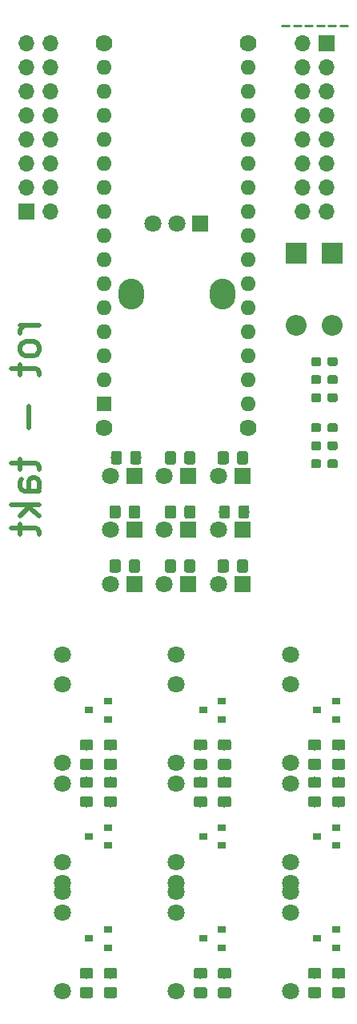
<source format=gbs>
G04 #@! TF.GenerationSoftware,KiCad,Pcbnew,(5.1.2)-1*
G04 #@! TF.CreationDate,2019-10-29T22:05:20+01:00*
G04 #@! TF.ProjectId,takt,74616b74-2e6b-4696-9361-645f70636258,rev?*
G04 #@! TF.SameCoordinates,Original*
G04 #@! TF.FileFunction,Soldermask,Bot*
G04 #@! TF.FilePolarity,Negative*
%FSLAX46Y46*%
G04 Gerber Fmt 4.6, Leading zero omitted, Abs format (unit mm)*
G04 Created by KiCad (PCBNEW (5.1.2)-1) date 2019-10-29 22:05:20*
%MOMM*%
%LPD*%
G04 APERTURE LIST*
%ADD10C,0.500000*%
%ADD11C,0.250000*%
%ADD12O,2.720000X3.240000*%
%ADD13C,1.800000*%
%ADD14R,1.800000X1.800000*%
%ADD15C,0.100000*%
%ADD16C,1.150000*%
%ADD17R,0.900000X0.800000*%
%ADD18O,1.700000X1.700000*%
%ADD19R,1.700000X1.700000*%
%ADD20O,2.200000X2.200000*%
%ADD21R,2.200000X2.200000*%
%ADD22C,0.950000*%
%ADD23C,1.780000*%
%ADD24O,1.600000X1.600000*%
%ADD25R,1.600000X1.600000*%
G04 APERTURE END LIST*
D10*
X73747142Y-85662857D02*
X71747142Y-85662857D01*
X72318571Y-85662857D02*
X72032857Y-85805714D01*
X71890000Y-85948571D01*
X71747142Y-86234285D01*
X71747142Y-86520000D01*
X73747142Y-87948571D02*
X73604285Y-87662857D01*
X73461428Y-87520000D01*
X73175714Y-87377142D01*
X72318571Y-87377142D01*
X72032857Y-87520000D01*
X71890000Y-87662857D01*
X71747142Y-87948571D01*
X71747142Y-88377142D01*
X71890000Y-88662857D01*
X72032857Y-88805714D01*
X72318571Y-88948571D01*
X73175714Y-88948571D01*
X73461428Y-88805714D01*
X73604285Y-88662857D01*
X73747142Y-88377142D01*
X73747142Y-87948571D01*
X71747142Y-89805714D02*
X71747142Y-90948571D01*
X70747142Y-90234285D02*
X73318571Y-90234285D01*
X73604285Y-90377142D01*
X73747142Y-90662857D01*
X73747142Y-90948571D01*
X72604285Y-94234285D02*
X72604285Y-96520000D01*
X71747142Y-99805714D02*
X71747142Y-100948571D01*
X70747142Y-100234285D02*
X73318571Y-100234285D01*
X73604285Y-100377142D01*
X73747142Y-100662857D01*
X73747142Y-100948571D01*
X73747142Y-103234285D02*
X72175714Y-103234285D01*
X71890000Y-103091428D01*
X71747142Y-102805714D01*
X71747142Y-102234285D01*
X71890000Y-101948571D01*
X73604285Y-103234285D02*
X73747142Y-102948571D01*
X73747142Y-102234285D01*
X73604285Y-101948571D01*
X73318571Y-101805714D01*
X73032857Y-101805714D01*
X72747142Y-101948571D01*
X72604285Y-102234285D01*
X72604285Y-102948571D01*
X72461428Y-103234285D01*
X73747142Y-104662857D02*
X70747142Y-104662857D01*
X72604285Y-104948571D02*
X73747142Y-105805714D01*
X71747142Y-105805714D02*
X72890000Y-104662857D01*
X71747142Y-106662857D02*
X71747142Y-107805714D01*
X70747142Y-107091428D02*
X73318571Y-107091428D01*
X73604285Y-107234285D01*
X73747142Y-107520000D01*
X73747142Y-107805714D01*
D11*
X106346190Y-54046428D02*
X105584285Y-54046428D01*
X105108095Y-54046428D02*
X104346190Y-54046428D01*
X103870000Y-54046428D02*
X103108095Y-54046428D01*
X102631904Y-54046428D02*
X101870000Y-54046428D01*
X101393809Y-54046428D02*
X100631904Y-54046428D01*
X100155714Y-54046428D02*
X99393809Y-54046428D01*
D12*
X93105000Y-82430000D03*
X83505000Y-82430000D03*
D13*
X85805000Y-74930000D03*
X88305000Y-74930000D03*
D14*
X90805000Y-74930000D03*
D15*
G36*
X93549505Y-110426204D02*
G01*
X93573773Y-110429804D01*
X93597572Y-110435765D01*
X93620671Y-110444030D01*
X93642850Y-110454520D01*
X93663893Y-110467132D01*
X93683599Y-110481747D01*
X93701777Y-110498223D01*
X93718253Y-110516401D01*
X93732868Y-110536107D01*
X93745480Y-110557150D01*
X93755970Y-110579329D01*
X93764235Y-110602428D01*
X93770196Y-110626227D01*
X93773796Y-110650495D01*
X93775000Y-110674999D01*
X93775000Y-111575001D01*
X93773796Y-111599505D01*
X93770196Y-111623773D01*
X93764235Y-111647572D01*
X93755970Y-111670671D01*
X93745480Y-111692850D01*
X93732868Y-111713893D01*
X93718253Y-111733599D01*
X93701777Y-111751777D01*
X93683599Y-111768253D01*
X93663893Y-111782868D01*
X93642850Y-111795480D01*
X93620671Y-111805970D01*
X93597572Y-111814235D01*
X93573773Y-111820196D01*
X93549505Y-111823796D01*
X93525001Y-111825000D01*
X92874999Y-111825000D01*
X92850495Y-111823796D01*
X92826227Y-111820196D01*
X92802428Y-111814235D01*
X92779329Y-111805970D01*
X92757150Y-111795480D01*
X92736107Y-111782868D01*
X92716401Y-111768253D01*
X92698223Y-111751777D01*
X92681747Y-111733599D01*
X92667132Y-111713893D01*
X92654520Y-111692850D01*
X92644030Y-111670671D01*
X92635765Y-111647572D01*
X92629804Y-111623773D01*
X92626204Y-111599505D01*
X92625000Y-111575001D01*
X92625000Y-110674999D01*
X92626204Y-110650495D01*
X92629804Y-110626227D01*
X92635765Y-110602428D01*
X92644030Y-110579329D01*
X92654520Y-110557150D01*
X92667132Y-110536107D01*
X92681747Y-110516401D01*
X92698223Y-110498223D01*
X92716401Y-110481747D01*
X92736107Y-110467132D01*
X92757150Y-110454520D01*
X92779329Y-110444030D01*
X92802428Y-110435765D01*
X92826227Y-110429804D01*
X92850495Y-110426204D01*
X92874999Y-110425000D01*
X93525001Y-110425000D01*
X93549505Y-110426204D01*
X93549505Y-110426204D01*
G37*
D16*
X93200000Y-111125000D03*
D15*
G36*
X95599505Y-110426204D02*
G01*
X95623773Y-110429804D01*
X95647572Y-110435765D01*
X95670671Y-110444030D01*
X95692850Y-110454520D01*
X95713893Y-110467132D01*
X95733599Y-110481747D01*
X95751777Y-110498223D01*
X95768253Y-110516401D01*
X95782868Y-110536107D01*
X95795480Y-110557150D01*
X95805970Y-110579329D01*
X95814235Y-110602428D01*
X95820196Y-110626227D01*
X95823796Y-110650495D01*
X95825000Y-110674999D01*
X95825000Y-111575001D01*
X95823796Y-111599505D01*
X95820196Y-111623773D01*
X95814235Y-111647572D01*
X95805970Y-111670671D01*
X95795480Y-111692850D01*
X95782868Y-111713893D01*
X95768253Y-111733599D01*
X95751777Y-111751777D01*
X95733599Y-111768253D01*
X95713893Y-111782868D01*
X95692850Y-111795480D01*
X95670671Y-111805970D01*
X95647572Y-111814235D01*
X95623773Y-111820196D01*
X95599505Y-111823796D01*
X95575001Y-111825000D01*
X94924999Y-111825000D01*
X94900495Y-111823796D01*
X94876227Y-111820196D01*
X94852428Y-111814235D01*
X94829329Y-111805970D01*
X94807150Y-111795480D01*
X94786107Y-111782868D01*
X94766401Y-111768253D01*
X94748223Y-111751777D01*
X94731747Y-111733599D01*
X94717132Y-111713893D01*
X94704520Y-111692850D01*
X94694030Y-111670671D01*
X94685765Y-111647572D01*
X94679804Y-111623773D01*
X94676204Y-111599505D01*
X94675000Y-111575001D01*
X94675000Y-110674999D01*
X94676204Y-110650495D01*
X94679804Y-110626227D01*
X94685765Y-110602428D01*
X94694030Y-110579329D01*
X94704520Y-110557150D01*
X94717132Y-110536107D01*
X94731747Y-110516401D01*
X94748223Y-110498223D01*
X94766401Y-110481747D01*
X94786107Y-110467132D01*
X94807150Y-110454520D01*
X94829329Y-110444030D01*
X94852428Y-110435765D01*
X94876227Y-110429804D01*
X94900495Y-110426204D01*
X94924999Y-110425000D01*
X95575001Y-110425000D01*
X95599505Y-110426204D01*
X95599505Y-110426204D01*
G37*
D16*
X95250000Y-111125000D03*
D15*
G36*
X105884505Y-153586204D02*
G01*
X105908773Y-153589804D01*
X105932572Y-153595765D01*
X105955671Y-153604030D01*
X105977850Y-153614520D01*
X105998893Y-153627132D01*
X106018599Y-153641747D01*
X106036777Y-153658223D01*
X106053253Y-153676401D01*
X106067868Y-153696107D01*
X106080480Y-153717150D01*
X106090970Y-153739329D01*
X106099235Y-153762428D01*
X106105196Y-153786227D01*
X106108796Y-153810495D01*
X106110000Y-153834999D01*
X106110000Y-154485001D01*
X106108796Y-154509505D01*
X106105196Y-154533773D01*
X106099235Y-154557572D01*
X106090970Y-154580671D01*
X106080480Y-154602850D01*
X106067868Y-154623893D01*
X106053253Y-154643599D01*
X106036777Y-154661777D01*
X106018599Y-154678253D01*
X105998893Y-154692868D01*
X105977850Y-154705480D01*
X105955671Y-154715970D01*
X105932572Y-154724235D01*
X105908773Y-154730196D01*
X105884505Y-154733796D01*
X105860001Y-154735000D01*
X104959999Y-154735000D01*
X104935495Y-154733796D01*
X104911227Y-154730196D01*
X104887428Y-154724235D01*
X104864329Y-154715970D01*
X104842150Y-154705480D01*
X104821107Y-154692868D01*
X104801401Y-154678253D01*
X104783223Y-154661777D01*
X104766747Y-154643599D01*
X104752132Y-154623893D01*
X104739520Y-154602850D01*
X104729030Y-154580671D01*
X104720765Y-154557572D01*
X104714804Y-154533773D01*
X104711204Y-154509505D01*
X104710000Y-154485001D01*
X104710000Y-153834999D01*
X104711204Y-153810495D01*
X104714804Y-153786227D01*
X104720765Y-153762428D01*
X104729030Y-153739329D01*
X104739520Y-153717150D01*
X104752132Y-153696107D01*
X104766747Y-153676401D01*
X104783223Y-153658223D01*
X104801401Y-153641747D01*
X104821107Y-153627132D01*
X104842150Y-153614520D01*
X104864329Y-153604030D01*
X104887428Y-153595765D01*
X104911227Y-153589804D01*
X104935495Y-153586204D01*
X104959999Y-153585000D01*
X105860001Y-153585000D01*
X105884505Y-153586204D01*
X105884505Y-153586204D01*
G37*
D16*
X105410000Y-154160000D03*
D15*
G36*
X105884505Y-155636204D02*
G01*
X105908773Y-155639804D01*
X105932572Y-155645765D01*
X105955671Y-155654030D01*
X105977850Y-155664520D01*
X105998893Y-155677132D01*
X106018599Y-155691747D01*
X106036777Y-155708223D01*
X106053253Y-155726401D01*
X106067868Y-155746107D01*
X106080480Y-155767150D01*
X106090970Y-155789329D01*
X106099235Y-155812428D01*
X106105196Y-155836227D01*
X106108796Y-155860495D01*
X106110000Y-155884999D01*
X106110000Y-156535001D01*
X106108796Y-156559505D01*
X106105196Y-156583773D01*
X106099235Y-156607572D01*
X106090970Y-156630671D01*
X106080480Y-156652850D01*
X106067868Y-156673893D01*
X106053253Y-156693599D01*
X106036777Y-156711777D01*
X106018599Y-156728253D01*
X105998893Y-156742868D01*
X105977850Y-156755480D01*
X105955671Y-156765970D01*
X105932572Y-156774235D01*
X105908773Y-156780196D01*
X105884505Y-156783796D01*
X105860001Y-156785000D01*
X104959999Y-156785000D01*
X104935495Y-156783796D01*
X104911227Y-156780196D01*
X104887428Y-156774235D01*
X104864329Y-156765970D01*
X104842150Y-156755480D01*
X104821107Y-156742868D01*
X104801401Y-156728253D01*
X104783223Y-156711777D01*
X104766747Y-156693599D01*
X104752132Y-156673893D01*
X104739520Y-156652850D01*
X104729030Y-156630671D01*
X104720765Y-156607572D01*
X104714804Y-156583773D01*
X104711204Y-156559505D01*
X104710000Y-156535001D01*
X104710000Y-155884999D01*
X104711204Y-155860495D01*
X104714804Y-155836227D01*
X104720765Y-155812428D01*
X104729030Y-155789329D01*
X104739520Y-155767150D01*
X104752132Y-155746107D01*
X104766747Y-155726401D01*
X104783223Y-155708223D01*
X104801401Y-155691747D01*
X104821107Y-155677132D01*
X104842150Y-155664520D01*
X104864329Y-155654030D01*
X104887428Y-155645765D01*
X104911227Y-155639804D01*
X104935495Y-155636204D01*
X104959999Y-155635000D01*
X105860001Y-155635000D01*
X105884505Y-155636204D01*
X105884505Y-155636204D01*
G37*
D16*
X105410000Y-156210000D03*
D15*
G36*
X87979505Y-110426204D02*
G01*
X88003773Y-110429804D01*
X88027572Y-110435765D01*
X88050671Y-110444030D01*
X88072850Y-110454520D01*
X88093893Y-110467132D01*
X88113599Y-110481747D01*
X88131777Y-110498223D01*
X88148253Y-110516401D01*
X88162868Y-110536107D01*
X88175480Y-110557150D01*
X88185970Y-110579329D01*
X88194235Y-110602428D01*
X88200196Y-110626227D01*
X88203796Y-110650495D01*
X88205000Y-110674999D01*
X88205000Y-111575001D01*
X88203796Y-111599505D01*
X88200196Y-111623773D01*
X88194235Y-111647572D01*
X88185970Y-111670671D01*
X88175480Y-111692850D01*
X88162868Y-111713893D01*
X88148253Y-111733599D01*
X88131777Y-111751777D01*
X88113599Y-111768253D01*
X88093893Y-111782868D01*
X88072850Y-111795480D01*
X88050671Y-111805970D01*
X88027572Y-111814235D01*
X88003773Y-111820196D01*
X87979505Y-111823796D01*
X87955001Y-111825000D01*
X87304999Y-111825000D01*
X87280495Y-111823796D01*
X87256227Y-111820196D01*
X87232428Y-111814235D01*
X87209329Y-111805970D01*
X87187150Y-111795480D01*
X87166107Y-111782868D01*
X87146401Y-111768253D01*
X87128223Y-111751777D01*
X87111747Y-111733599D01*
X87097132Y-111713893D01*
X87084520Y-111692850D01*
X87074030Y-111670671D01*
X87065765Y-111647572D01*
X87059804Y-111623773D01*
X87056204Y-111599505D01*
X87055000Y-111575001D01*
X87055000Y-110674999D01*
X87056204Y-110650495D01*
X87059804Y-110626227D01*
X87065765Y-110602428D01*
X87074030Y-110579329D01*
X87084520Y-110557150D01*
X87097132Y-110536107D01*
X87111747Y-110516401D01*
X87128223Y-110498223D01*
X87146401Y-110481747D01*
X87166107Y-110467132D01*
X87187150Y-110454520D01*
X87209329Y-110444030D01*
X87232428Y-110435765D01*
X87256227Y-110429804D01*
X87280495Y-110426204D01*
X87304999Y-110425000D01*
X87955001Y-110425000D01*
X87979505Y-110426204D01*
X87979505Y-110426204D01*
G37*
D16*
X87630000Y-111125000D03*
D15*
G36*
X90029505Y-110426204D02*
G01*
X90053773Y-110429804D01*
X90077572Y-110435765D01*
X90100671Y-110444030D01*
X90122850Y-110454520D01*
X90143893Y-110467132D01*
X90163599Y-110481747D01*
X90181777Y-110498223D01*
X90198253Y-110516401D01*
X90212868Y-110536107D01*
X90225480Y-110557150D01*
X90235970Y-110579329D01*
X90244235Y-110602428D01*
X90250196Y-110626227D01*
X90253796Y-110650495D01*
X90255000Y-110674999D01*
X90255000Y-111575001D01*
X90253796Y-111599505D01*
X90250196Y-111623773D01*
X90244235Y-111647572D01*
X90235970Y-111670671D01*
X90225480Y-111692850D01*
X90212868Y-111713893D01*
X90198253Y-111733599D01*
X90181777Y-111751777D01*
X90163599Y-111768253D01*
X90143893Y-111782868D01*
X90122850Y-111795480D01*
X90100671Y-111805970D01*
X90077572Y-111814235D01*
X90053773Y-111820196D01*
X90029505Y-111823796D01*
X90005001Y-111825000D01*
X89354999Y-111825000D01*
X89330495Y-111823796D01*
X89306227Y-111820196D01*
X89282428Y-111814235D01*
X89259329Y-111805970D01*
X89237150Y-111795480D01*
X89216107Y-111782868D01*
X89196401Y-111768253D01*
X89178223Y-111751777D01*
X89161747Y-111733599D01*
X89147132Y-111713893D01*
X89134520Y-111692850D01*
X89124030Y-111670671D01*
X89115765Y-111647572D01*
X89109804Y-111623773D01*
X89106204Y-111599505D01*
X89105000Y-111575001D01*
X89105000Y-110674999D01*
X89106204Y-110650495D01*
X89109804Y-110626227D01*
X89115765Y-110602428D01*
X89124030Y-110579329D01*
X89134520Y-110557150D01*
X89147132Y-110536107D01*
X89161747Y-110516401D01*
X89178223Y-110498223D01*
X89196401Y-110481747D01*
X89216107Y-110467132D01*
X89237150Y-110454520D01*
X89259329Y-110444030D01*
X89282428Y-110435765D01*
X89306227Y-110429804D01*
X89330495Y-110426204D01*
X89354999Y-110425000D01*
X90005001Y-110425000D01*
X90029505Y-110426204D01*
X90029505Y-110426204D01*
G37*
D16*
X89680000Y-111125000D03*
D15*
G36*
X93819505Y-153586204D02*
G01*
X93843773Y-153589804D01*
X93867572Y-153595765D01*
X93890671Y-153604030D01*
X93912850Y-153614520D01*
X93933893Y-153627132D01*
X93953599Y-153641747D01*
X93971777Y-153658223D01*
X93988253Y-153676401D01*
X94002868Y-153696107D01*
X94015480Y-153717150D01*
X94025970Y-153739329D01*
X94034235Y-153762428D01*
X94040196Y-153786227D01*
X94043796Y-153810495D01*
X94045000Y-153834999D01*
X94045000Y-154485001D01*
X94043796Y-154509505D01*
X94040196Y-154533773D01*
X94034235Y-154557572D01*
X94025970Y-154580671D01*
X94015480Y-154602850D01*
X94002868Y-154623893D01*
X93988253Y-154643599D01*
X93971777Y-154661777D01*
X93953599Y-154678253D01*
X93933893Y-154692868D01*
X93912850Y-154705480D01*
X93890671Y-154715970D01*
X93867572Y-154724235D01*
X93843773Y-154730196D01*
X93819505Y-154733796D01*
X93795001Y-154735000D01*
X92894999Y-154735000D01*
X92870495Y-154733796D01*
X92846227Y-154730196D01*
X92822428Y-154724235D01*
X92799329Y-154715970D01*
X92777150Y-154705480D01*
X92756107Y-154692868D01*
X92736401Y-154678253D01*
X92718223Y-154661777D01*
X92701747Y-154643599D01*
X92687132Y-154623893D01*
X92674520Y-154602850D01*
X92664030Y-154580671D01*
X92655765Y-154557572D01*
X92649804Y-154533773D01*
X92646204Y-154509505D01*
X92645000Y-154485001D01*
X92645000Y-153834999D01*
X92646204Y-153810495D01*
X92649804Y-153786227D01*
X92655765Y-153762428D01*
X92664030Y-153739329D01*
X92674520Y-153717150D01*
X92687132Y-153696107D01*
X92701747Y-153676401D01*
X92718223Y-153658223D01*
X92736401Y-153641747D01*
X92756107Y-153627132D01*
X92777150Y-153614520D01*
X92799329Y-153604030D01*
X92822428Y-153595765D01*
X92846227Y-153589804D01*
X92870495Y-153586204D01*
X92894999Y-153585000D01*
X93795001Y-153585000D01*
X93819505Y-153586204D01*
X93819505Y-153586204D01*
G37*
D16*
X93345000Y-154160000D03*
D15*
G36*
X93819505Y-155636204D02*
G01*
X93843773Y-155639804D01*
X93867572Y-155645765D01*
X93890671Y-155654030D01*
X93912850Y-155664520D01*
X93933893Y-155677132D01*
X93953599Y-155691747D01*
X93971777Y-155708223D01*
X93988253Y-155726401D01*
X94002868Y-155746107D01*
X94015480Y-155767150D01*
X94025970Y-155789329D01*
X94034235Y-155812428D01*
X94040196Y-155836227D01*
X94043796Y-155860495D01*
X94045000Y-155884999D01*
X94045000Y-156535001D01*
X94043796Y-156559505D01*
X94040196Y-156583773D01*
X94034235Y-156607572D01*
X94025970Y-156630671D01*
X94015480Y-156652850D01*
X94002868Y-156673893D01*
X93988253Y-156693599D01*
X93971777Y-156711777D01*
X93953599Y-156728253D01*
X93933893Y-156742868D01*
X93912850Y-156755480D01*
X93890671Y-156765970D01*
X93867572Y-156774235D01*
X93843773Y-156780196D01*
X93819505Y-156783796D01*
X93795001Y-156785000D01*
X92894999Y-156785000D01*
X92870495Y-156783796D01*
X92846227Y-156780196D01*
X92822428Y-156774235D01*
X92799329Y-156765970D01*
X92777150Y-156755480D01*
X92756107Y-156742868D01*
X92736401Y-156728253D01*
X92718223Y-156711777D01*
X92701747Y-156693599D01*
X92687132Y-156673893D01*
X92674520Y-156652850D01*
X92664030Y-156630671D01*
X92655765Y-156607572D01*
X92649804Y-156583773D01*
X92646204Y-156559505D01*
X92645000Y-156535001D01*
X92645000Y-155884999D01*
X92646204Y-155860495D01*
X92649804Y-155836227D01*
X92655765Y-155812428D01*
X92664030Y-155789329D01*
X92674520Y-155767150D01*
X92687132Y-155746107D01*
X92701747Y-155726401D01*
X92718223Y-155708223D01*
X92736401Y-155691747D01*
X92756107Y-155677132D01*
X92777150Y-155664520D01*
X92799329Y-155654030D01*
X92822428Y-155645765D01*
X92846227Y-155639804D01*
X92870495Y-155636204D01*
X92894999Y-155635000D01*
X93795001Y-155635000D01*
X93819505Y-155636204D01*
X93819505Y-155636204D01*
G37*
D16*
X93345000Y-156210000D03*
D15*
G36*
X82119505Y-110426204D02*
G01*
X82143773Y-110429804D01*
X82167572Y-110435765D01*
X82190671Y-110444030D01*
X82212850Y-110454520D01*
X82233893Y-110467132D01*
X82253599Y-110481747D01*
X82271777Y-110498223D01*
X82288253Y-110516401D01*
X82302868Y-110536107D01*
X82315480Y-110557150D01*
X82325970Y-110579329D01*
X82334235Y-110602428D01*
X82340196Y-110626227D01*
X82343796Y-110650495D01*
X82345000Y-110674999D01*
X82345000Y-111575001D01*
X82343796Y-111599505D01*
X82340196Y-111623773D01*
X82334235Y-111647572D01*
X82325970Y-111670671D01*
X82315480Y-111692850D01*
X82302868Y-111713893D01*
X82288253Y-111733599D01*
X82271777Y-111751777D01*
X82253599Y-111768253D01*
X82233893Y-111782868D01*
X82212850Y-111795480D01*
X82190671Y-111805970D01*
X82167572Y-111814235D01*
X82143773Y-111820196D01*
X82119505Y-111823796D01*
X82095001Y-111825000D01*
X81444999Y-111825000D01*
X81420495Y-111823796D01*
X81396227Y-111820196D01*
X81372428Y-111814235D01*
X81349329Y-111805970D01*
X81327150Y-111795480D01*
X81306107Y-111782868D01*
X81286401Y-111768253D01*
X81268223Y-111751777D01*
X81251747Y-111733599D01*
X81237132Y-111713893D01*
X81224520Y-111692850D01*
X81214030Y-111670671D01*
X81205765Y-111647572D01*
X81199804Y-111623773D01*
X81196204Y-111599505D01*
X81195000Y-111575001D01*
X81195000Y-110674999D01*
X81196204Y-110650495D01*
X81199804Y-110626227D01*
X81205765Y-110602428D01*
X81214030Y-110579329D01*
X81224520Y-110557150D01*
X81237132Y-110536107D01*
X81251747Y-110516401D01*
X81268223Y-110498223D01*
X81286401Y-110481747D01*
X81306107Y-110467132D01*
X81327150Y-110454520D01*
X81349329Y-110444030D01*
X81372428Y-110435765D01*
X81396227Y-110429804D01*
X81420495Y-110426204D01*
X81444999Y-110425000D01*
X82095001Y-110425000D01*
X82119505Y-110426204D01*
X82119505Y-110426204D01*
G37*
D16*
X81770000Y-111125000D03*
D15*
G36*
X84169505Y-110426204D02*
G01*
X84193773Y-110429804D01*
X84217572Y-110435765D01*
X84240671Y-110444030D01*
X84262850Y-110454520D01*
X84283893Y-110467132D01*
X84303599Y-110481747D01*
X84321777Y-110498223D01*
X84338253Y-110516401D01*
X84352868Y-110536107D01*
X84365480Y-110557150D01*
X84375970Y-110579329D01*
X84384235Y-110602428D01*
X84390196Y-110626227D01*
X84393796Y-110650495D01*
X84395000Y-110674999D01*
X84395000Y-111575001D01*
X84393796Y-111599505D01*
X84390196Y-111623773D01*
X84384235Y-111647572D01*
X84375970Y-111670671D01*
X84365480Y-111692850D01*
X84352868Y-111713893D01*
X84338253Y-111733599D01*
X84321777Y-111751777D01*
X84303599Y-111768253D01*
X84283893Y-111782868D01*
X84262850Y-111795480D01*
X84240671Y-111805970D01*
X84217572Y-111814235D01*
X84193773Y-111820196D01*
X84169505Y-111823796D01*
X84145001Y-111825000D01*
X83494999Y-111825000D01*
X83470495Y-111823796D01*
X83446227Y-111820196D01*
X83422428Y-111814235D01*
X83399329Y-111805970D01*
X83377150Y-111795480D01*
X83356107Y-111782868D01*
X83336401Y-111768253D01*
X83318223Y-111751777D01*
X83301747Y-111733599D01*
X83287132Y-111713893D01*
X83274520Y-111692850D01*
X83264030Y-111670671D01*
X83255765Y-111647572D01*
X83249804Y-111623773D01*
X83246204Y-111599505D01*
X83245000Y-111575001D01*
X83245000Y-110674999D01*
X83246204Y-110650495D01*
X83249804Y-110626227D01*
X83255765Y-110602428D01*
X83264030Y-110579329D01*
X83274520Y-110557150D01*
X83287132Y-110536107D01*
X83301747Y-110516401D01*
X83318223Y-110498223D01*
X83336401Y-110481747D01*
X83356107Y-110467132D01*
X83377150Y-110454520D01*
X83399329Y-110444030D01*
X83422428Y-110435765D01*
X83446227Y-110429804D01*
X83470495Y-110426204D01*
X83494999Y-110425000D01*
X84145001Y-110425000D01*
X84169505Y-110426204D01*
X84169505Y-110426204D01*
G37*
D16*
X83820000Y-111125000D03*
D15*
G36*
X81754505Y-153586204D02*
G01*
X81778773Y-153589804D01*
X81802572Y-153595765D01*
X81825671Y-153604030D01*
X81847850Y-153614520D01*
X81868893Y-153627132D01*
X81888599Y-153641747D01*
X81906777Y-153658223D01*
X81923253Y-153676401D01*
X81937868Y-153696107D01*
X81950480Y-153717150D01*
X81960970Y-153739329D01*
X81969235Y-153762428D01*
X81975196Y-153786227D01*
X81978796Y-153810495D01*
X81980000Y-153834999D01*
X81980000Y-154485001D01*
X81978796Y-154509505D01*
X81975196Y-154533773D01*
X81969235Y-154557572D01*
X81960970Y-154580671D01*
X81950480Y-154602850D01*
X81937868Y-154623893D01*
X81923253Y-154643599D01*
X81906777Y-154661777D01*
X81888599Y-154678253D01*
X81868893Y-154692868D01*
X81847850Y-154705480D01*
X81825671Y-154715970D01*
X81802572Y-154724235D01*
X81778773Y-154730196D01*
X81754505Y-154733796D01*
X81730001Y-154735000D01*
X80829999Y-154735000D01*
X80805495Y-154733796D01*
X80781227Y-154730196D01*
X80757428Y-154724235D01*
X80734329Y-154715970D01*
X80712150Y-154705480D01*
X80691107Y-154692868D01*
X80671401Y-154678253D01*
X80653223Y-154661777D01*
X80636747Y-154643599D01*
X80622132Y-154623893D01*
X80609520Y-154602850D01*
X80599030Y-154580671D01*
X80590765Y-154557572D01*
X80584804Y-154533773D01*
X80581204Y-154509505D01*
X80580000Y-154485001D01*
X80580000Y-153834999D01*
X80581204Y-153810495D01*
X80584804Y-153786227D01*
X80590765Y-153762428D01*
X80599030Y-153739329D01*
X80609520Y-153717150D01*
X80622132Y-153696107D01*
X80636747Y-153676401D01*
X80653223Y-153658223D01*
X80671401Y-153641747D01*
X80691107Y-153627132D01*
X80712150Y-153614520D01*
X80734329Y-153604030D01*
X80757428Y-153595765D01*
X80781227Y-153589804D01*
X80805495Y-153586204D01*
X80829999Y-153585000D01*
X81730001Y-153585000D01*
X81754505Y-153586204D01*
X81754505Y-153586204D01*
G37*
D16*
X81280000Y-154160000D03*
D15*
G36*
X81754505Y-155636204D02*
G01*
X81778773Y-155639804D01*
X81802572Y-155645765D01*
X81825671Y-155654030D01*
X81847850Y-155664520D01*
X81868893Y-155677132D01*
X81888599Y-155691747D01*
X81906777Y-155708223D01*
X81923253Y-155726401D01*
X81937868Y-155746107D01*
X81950480Y-155767150D01*
X81960970Y-155789329D01*
X81969235Y-155812428D01*
X81975196Y-155836227D01*
X81978796Y-155860495D01*
X81980000Y-155884999D01*
X81980000Y-156535001D01*
X81978796Y-156559505D01*
X81975196Y-156583773D01*
X81969235Y-156607572D01*
X81960970Y-156630671D01*
X81950480Y-156652850D01*
X81937868Y-156673893D01*
X81923253Y-156693599D01*
X81906777Y-156711777D01*
X81888599Y-156728253D01*
X81868893Y-156742868D01*
X81847850Y-156755480D01*
X81825671Y-156765970D01*
X81802572Y-156774235D01*
X81778773Y-156780196D01*
X81754505Y-156783796D01*
X81730001Y-156785000D01*
X80829999Y-156785000D01*
X80805495Y-156783796D01*
X80781227Y-156780196D01*
X80757428Y-156774235D01*
X80734329Y-156765970D01*
X80712150Y-156755480D01*
X80691107Y-156742868D01*
X80671401Y-156728253D01*
X80653223Y-156711777D01*
X80636747Y-156693599D01*
X80622132Y-156673893D01*
X80609520Y-156652850D01*
X80599030Y-156630671D01*
X80590765Y-156607572D01*
X80584804Y-156583773D01*
X80581204Y-156559505D01*
X80580000Y-156535001D01*
X80580000Y-155884999D01*
X80581204Y-155860495D01*
X80584804Y-155836227D01*
X80590765Y-155812428D01*
X80599030Y-155789329D01*
X80609520Y-155767150D01*
X80622132Y-155746107D01*
X80636747Y-155726401D01*
X80653223Y-155708223D01*
X80671401Y-155691747D01*
X80691107Y-155677132D01*
X80712150Y-155664520D01*
X80734329Y-155654030D01*
X80757428Y-155645765D01*
X80781227Y-155639804D01*
X80805495Y-155636204D01*
X80829999Y-155635000D01*
X81730001Y-155635000D01*
X81754505Y-155636204D01*
X81754505Y-155636204D01*
G37*
D16*
X81280000Y-156210000D03*
D15*
G36*
X93694505Y-104711204D02*
G01*
X93718773Y-104714804D01*
X93742572Y-104720765D01*
X93765671Y-104729030D01*
X93787850Y-104739520D01*
X93808893Y-104752132D01*
X93828599Y-104766747D01*
X93846777Y-104783223D01*
X93863253Y-104801401D01*
X93877868Y-104821107D01*
X93890480Y-104842150D01*
X93900970Y-104864329D01*
X93909235Y-104887428D01*
X93915196Y-104911227D01*
X93918796Y-104935495D01*
X93920000Y-104959999D01*
X93920000Y-105860001D01*
X93918796Y-105884505D01*
X93915196Y-105908773D01*
X93909235Y-105932572D01*
X93900970Y-105955671D01*
X93890480Y-105977850D01*
X93877868Y-105998893D01*
X93863253Y-106018599D01*
X93846777Y-106036777D01*
X93828599Y-106053253D01*
X93808893Y-106067868D01*
X93787850Y-106080480D01*
X93765671Y-106090970D01*
X93742572Y-106099235D01*
X93718773Y-106105196D01*
X93694505Y-106108796D01*
X93670001Y-106110000D01*
X93019999Y-106110000D01*
X92995495Y-106108796D01*
X92971227Y-106105196D01*
X92947428Y-106099235D01*
X92924329Y-106090970D01*
X92902150Y-106080480D01*
X92881107Y-106067868D01*
X92861401Y-106053253D01*
X92843223Y-106036777D01*
X92826747Y-106018599D01*
X92812132Y-105998893D01*
X92799520Y-105977850D01*
X92789030Y-105955671D01*
X92780765Y-105932572D01*
X92774804Y-105908773D01*
X92771204Y-105884505D01*
X92770000Y-105860001D01*
X92770000Y-104959999D01*
X92771204Y-104935495D01*
X92774804Y-104911227D01*
X92780765Y-104887428D01*
X92789030Y-104864329D01*
X92799520Y-104842150D01*
X92812132Y-104821107D01*
X92826747Y-104801401D01*
X92843223Y-104783223D01*
X92861401Y-104766747D01*
X92881107Y-104752132D01*
X92902150Y-104739520D01*
X92924329Y-104729030D01*
X92947428Y-104720765D01*
X92971227Y-104714804D01*
X92995495Y-104711204D01*
X93019999Y-104710000D01*
X93670001Y-104710000D01*
X93694505Y-104711204D01*
X93694505Y-104711204D01*
G37*
D16*
X93345000Y-105410000D03*
D15*
G36*
X95744505Y-104711204D02*
G01*
X95768773Y-104714804D01*
X95792572Y-104720765D01*
X95815671Y-104729030D01*
X95837850Y-104739520D01*
X95858893Y-104752132D01*
X95878599Y-104766747D01*
X95896777Y-104783223D01*
X95913253Y-104801401D01*
X95927868Y-104821107D01*
X95940480Y-104842150D01*
X95950970Y-104864329D01*
X95959235Y-104887428D01*
X95965196Y-104911227D01*
X95968796Y-104935495D01*
X95970000Y-104959999D01*
X95970000Y-105860001D01*
X95968796Y-105884505D01*
X95965196Y-105908773D01*
X95959235Y-105932572D01*
X95950970Y-105955671D01*
X95940480Y-105977850D01*
X95927868Y-105998893D01*
X95913253Y-106018599D01*
X95896777Y-106036777D01*
X95878599Y-106053253D01*
X95858893Y-106067868D01*
X95837850Y-106080480D01*
X95815671Y-106090970D01*
X95792572Y-106099235D01*
X95768773Y-106105196D01*
X95744505Y-106108796D01*
X95720001Y-106110000D01*
X95069999Y-106110000D01*
X95045495Y-106108796D01*
X95021227Y-106105196D01*
X94997428Y-106099235D01*
X94974329Y-106090970D01*
X94952150Y-106080480D01*
X94931107Y-106067868D01*
X94911401Y-106053253D01*
X94893223Y-106036777D01*
X94876747Y-106018599D01*
X94862132Y-105998893D01*
X94849520Y-105977850D01*
X94839030Y-105955671D01*
X94830765Y-105932572D01*
X94824804Y-105908773D01*
X94821204Y-105884505D01*
X94820000Y-105860001D01*
X94820000Y-104959999D01*
X94821204Y-104935495D01*
X94824804Y-104911227D01*
X94830765Y-104887428D01*
X94839030Y-104864329D01*
X94849520Y-104842150D01*
X94862132Y-104821107D01*
X94876747Y-104801401D01*
X94893223Y-104783223D01*
X94911401Y-104766747D01*
X94931107Y-104752132D01*
X94952150Y-104739520D01*
X94974329Y-104729030D01*
X94997428Y-104720765D01*
X95021227Y-104714804D01*
X95045495Y-104711204D01*
X95069999Y-104710000D01*
X95720001Y-104710000D01*
X95744505Y-104711204D01*
X95744505Y-104711204D01*
G37*
D16*
X95395000Y-105410000D03*
D15*
G36*
X105884505Y-135461204D02*
G01*
X105908773Y-135464804D01*
X105932572Y-135470765D01*
X105955671Y-135479030D01*
X105977850Y-135489520D01*
X105998893Y-135502132D01*
X106018599Y-135516747D01*
X106036777Y-135533223D01*
X106053253Y-135551401D01*
X106067868Y-135571107D01*
X106080480Y-135592150D01*
X106090970Y-135614329D01*
X106099235Y-135637428D01*
X106105196Y-135661227D01*
X106108796Y-135685495D01*
X106110000Y-135709999D01*
X106110000Y-136360001D01*
X106108796Y-136384505D01*
X106105196Y-136408773D01*
X106099235Y-136432572D01*
X106090970Y-136455671D01*
X106080480Y-136477850D01*
X106067868Y-136498893D01*
X106053253Y-136518599D01*
X106036777Y-136536777D01*
X106018599Y-136553253D01*
X105998893Y-136567868D01*
X105977850Y-136580480D01*
X105955671Y-136590970D01*
X105932572Y-136599235D01*
X105908773Y-136605196D01*
X105884505Y-136608796D01*
X105860001Y-136610000D01*
X104959999Y-136610000D01*
X104935495Y-136608796D01*
X104911227Y-136605196D01*
X104887428Y-136599235D01*
X104864329Y-136590970D01*
X104842150Y-136580480D01*
X104821107Y-136567868D01*
X104801401Y-136553253D01*
X104783223Y-136536777D01*
X104766747Y-136518599D01*
X104752132Y-136498893D01*
X104739520Y-136477850D01*
X104729030Y-136455671D01*
X104720765Y-136432572D01*
X104714804Y-136408773D01*
X104711204Y-136384505D01*
X104710000Y-136360001D01*
X104710000Y-135709999D01*
X104711204Y-135685495D01*
X104714804Y-135661227D01*
X104720765Y-135637428D01*
X104729030Y-135614329D01*
X104739520Y-135592150D01*
X104752132Y-135571107D01*
X104766747Y-135551401D01*
X104783223Y-135533223D01*
X104801401Y-135516747D01*
X104821107Y-135502132D01*
X104842150Y-135489520D01*
X104864329Y-135479030D01*
X104887428Y-135470765D01*
X104911227Y-135464804D01*
X104935495Y-135461204D01*
X104959999Y-135460000D01*
X105860001Y-135460000D01*
X105884505Y-135461204D01*
X105884505Y-135461204D01*
G37*
D16*
X105410000Y-136035000D03*
D15*
G36*
X105884505Y-133411204D02*
G01*
X105908773Y-133414804D01*
X105932572Y-133420765D01*
X105955671Y-133429030D01*
X105977850Y-133439520D01*
X105998893Y-133452132D01*
X106018599Y-133466747D01*
X106036777Y-133483223D01*
X106053253Y-133501401D01*
X106067868Y-133521107D01*
X106080480Y-133542150D01*
X106090970Y-133564329D01*
X106099235Y-133587428D01*
X106105196Y-133611227D01*
X106108796Y-133635495D01*
X106110000Y-133659999D01*
X106110000Y-134310001D01*
X106108796Y-134334505D01*
X106105196Y-134358773D01*
X106099235Y-134382572D01*
X106090970Y-134405671D01*
X106080480Y-134427850D01*
X106067868Y-134448893D01*
X106053253Y-134468599D01*
X106036777Y-134486777D01*
X106018599Y-134503253D01*
X105998893Y-134517868D01*
X105977850Y-134530480D01*
X105955671Y-134540970D01*
X105932572Y-134549235D01*
X105908773Y-134555196D01*
X105884505Y-134558796D01*
X105860001Y-134560000D01*
X104959999Y-134560000D01*
X104935495Y-134558796D01*
X104911227Y-134555196D01*
X104887428Y-134549235D01*
X104864329Y-134540970D01*
X104842150Y-134530480D01*
X104821107Y-134517868D01*
X104801401Y-134503253D01*
X104783223Y-134486777D01*
X104766747Y-134468599D01*
X104752132Y-134448893D01*
X104739520Y-134427850D01*
X104729030Y-134405671D01*
X104720765Y-134382572D01*
X104714804Y-134358773D01*
X104711204Y-134334505D01*
X104710000Y-134310001D01*
X104710000Y-133659999D01*
X104711204Y-133635495D01*
X104714804Y-133611227D01*
X104720765Y-133587428D01*
X104729030Y-133564329D01*
X104739520Y-133542150D01*
X104752132Y-133521107D01*
X104766747Y-133501401D01*
X104783223Y-133483223D01*
X104801401Y-133466747D01*
X104821107Y-133452132D01*
X104842150Y-133439520D01*
X104864329Y-133429030D01*
X104887428Y-133420765D01*
X104911227Y-133414804D01*
X104935495Y-133411204D01*
X104959999Y-133410000D01*
X105860001Y-133410000D01*
X105884505Y-133411204D01*
X105884505Y-133411204D01*
G37*
D16*
X105410000Y-133985000D03*
D15*
G36*
X87979505Y-104711204D02*
G01*
X88003773Y-104714804D01*
X88027572Y-104720765D01*
X88050671Y-104729030D01*
X88072850Y-104739520D01*
X88093893Y-104752132D01*
X88113599Y-104766747D01*
X88131777Y-104783223D01*
X88148253Y-104801401D01*
X88162868Y-104821107D01*
X88175480Y-104842150D01*
X88185970Y-104864329D01*
X88194235Y-104887428D01*
X88200196Y-104911227D01*
X88203796Y-104935495D01*
X88205000Y-104959999D01*
X88205000Y-105860001D01*
X88203796Y-105884505D01*
X88200196Y-105908773D01*
X88194235Y-105932572D01*
X88185970Y-105955671D01*
X88175480Y-105977850D01*
X88162868Y-105998893D01*
X88148253Y-106018599D01*
X88131777Y-106036777D01*
X88113599Y-106053253D01*
X88093893Y-106067868D01*
X88072850Y-106080480D01*
X88050671Y-106090970D01*
X88027572Y-106099235D01*
X88003773Y-106105196D01*
X87979505Y-106108796D01*
X87955001Y-106110000D01*
X87304999Y-106110000D01*
X87280495Y-106108796D01*
X87256227Y-106105196D01*
X87232428Y-106099235D01*
X87209329Y-106090970D01*
X87187150Y-106080480D01*
X87166107Y-106067868D01*
X87146401Y-106053253D01*
X87128223Y-106036777D01*
X87111747Y-106018599D01*
X87097132Y-105998893D01*
X87084520Y-105977850D01*
X87074030Y-105955671D01*
X87065765Y-105932572D01*
X87059804Y-105908773D01*
X87056204Y-105884505D01*
X87055000Y-105860001D01*
X87055000Y-104959999D01*
X87056204Y-104935495D01*
X87059804Y-104911227D01*
X87065765Y-104887428D01*
X87074030Y-104864329D01*
X87084520Y-104842150D01*
X87097132Y-104821107D01*
X87111747Y-104801401D01*
X87128223Y-104783223D01*
X87146401Y-104766747D01*
X87166107Y-104752132D01*
X87187150Y-104739520D01*
X87209329Y-104729030D01*
X87232428Y-104720765D01*
X87256227Y-104714804D01*
X87280495Y-104711204D01*
X87304999Y-104710000D01*
X87955001Y-104710000D01*
X87979505Y-104711204D01*
X87979505Y-104711204D01*
G37*
D16*
X87630000Y-105410000D03*
D15*
G36*
X90029505Y-104711204D02*
G01*
X90053773Y-104714804D01*
X90077572Y-104720765D01*
X90100671Y-104729030D01*
X90122850Y-104739520D01*
X90143893Y-104752132D01*
X90163599Y-104766747D01*
X90181777Y-104783223D01*
X90198253Y-104801401D01*
X90212868Y-104821107D01*
X90225480Y-104842150D01*
X90235970Y-104864329D01*
X90244235Y-104887428D01*
X90250196Y-104911227D01*
X90253796Y-104935495D01*
X90255000Y-104959999D01*
X90255000Y-105860001D01*
X90253796Y-105884505D01*
X90250196Y-105908773D01*
X90244235Y-105932572D01*
X90235970Y-105955671D01*
X90225480Y-105977850D01*
X90212868Y-105998893D01*
X90198253Y-106018599D01*
X90181777Y-106036777D01*
X90163599Y-106053253D01*
X90143893Y-106067868D01*
X90122850Y-106080480D01*
X90100671Y-106090970D01*
X90077572Y-106099235D01*
X90053773Y-106105196D01*
X90029505Y-106108796D01*
X90005001Y-106110000D01*
X89354999Y-106110000D01*
X89330495Y-106108796D01*
X89306227Y-106105196D01*
X89282428Y-106099235D01*
X89259329Y-106090970D01*
X89237150Y-106080480D01*
X89216107Y-106067868D01*
X89196401Y-106053253D01*
X89178223Y-106036777D01*
X89161747Y-106018599D01*
X89147132Y-105998893D01*
X89134520Y-105977850D01*
X89124030Y-105955671D01*
X89115765Y-105932572D01*
X89109804Y-105908773D01*
X89106204Y-105884505D01*
X89105000Y-105860001D01*
X89105000Y-104959999D01*
X89106204Y-104935495D01*
X89109804Y-104911227D01*
X89115765Y-104887428D01*
X89124030Y-104864329D01*
X89134520Y-104842150D01*
X89147132Y-104821107D01*
X89161747Y-104801401D01*
X89178223Y-104783223D01*
X89196401Y-104766747D01*
X89216107Y-104752132D01*
X89237150Y-104739520D01*
X89259329Y-104729030D01*
X89282428Y-104720765D01*
X89306227Y-104714804D01*
X89330495Y-104711204D01*
X89354999Y-104710000D01*
X90005001Y-104710000D01*
X90029505Y-104711204D01*
X90029505Y-104711204D01*
G37*
D16*
X89680000Y-105410000D03*
D15*
G36*
X93819505Y-135461204D02*
G01*
X93843773Y-135464804D01*
X93867572Y-135470765D01*
X93890671Y-135479030D01*
X93912850Y-135489520D01*
X93933893Y-135502132D01*
X93953599Y-135516747D01*
X93971777Y-135533223D01*
X93988253Y-135551401D01*
X94002868Y-135571107D01*
X94015480Y-135592150D01*
X94025970Y-135614329D01*
X94034235Y-135637428D01*
X94040196Y-135661227D01*
X94043796Y-135685495D01*
X94045000Y-135709999D01*
X94045000Y-136360001D01*
X94043796Y-136384505D01*
X94040196Y-136408773D01*
X94034235Y-136432572D01*
X94025970Y-136455671D01*
X94015480Y-136477850D01*
X94002868Y-136498893D01*
X93988253Y-136518599D01*
X93971777Y-136536777D01*
X93953599Y-136553253D01*
X93933893Y-136567868D01*
X93912850Y-136580480D01*
X93890671Y-136590970D01*
X93867572Y-136599235D01*
X93843773Y-136605196D01*
X93819505Y-136608796D01*
X93795001Y-136610000D01*
X92894999Y-136610000D01*
X92870495Y-136608796D01*
X92846227Y-136605196D01*
X92822428Y-136599235D01*
X92799329Y-136590970D01*
X92777150Y-136580480D01*
X92756107Y-136567868D01*
X92736401Y-136553253D01*
X92718223Y-136536777D01*
X92701747Y-136518599D01*
X92687132Y-136498893D01*
X92674520Y-136477850D01*
X92664030Y-136455671D01*
X92655765Y-136432572D01*
X92649804Y-136408773D01*
X92646204Y-136384505D01*
X92645000Y-136360001D01*
X92645000Y-135709999D01*
X92646204Y-135685495D01*
X92649804Y-135661227D01*
X92655765Y-135637428D01*
X92664030Y-135614329D01*
X92674520Y-135592150D01*
X92687132Y-135571107D01*
X92701747Y-135551401D01*
X92718223Y-135533223D01*
X92736401Y-135516747D01*
X92756107Y-135502132D01*
X92777150Y-135489520D01*
X92799329Y-135479030D01*
X92822428Y-135470765D01*
X92846227Y-135464804D01*
X92870495Y-135461204D01*
X92894999Y-135460000D01*
X93795001Y-135460000D01*
X93819505Y-135461204D01*
X93819505Y-135461204D01*
G37*
D16*
X93345000Y-136035000D03*
D15*
G36*
X93819505Y-133411204D02*
G01*
X93843773Y-133414804D01*
X93867572Y-133420765D01*
X93890671Y-133429030D01*
X93912850Y-133439520D01*
X93933893Y-133452132D01*
X93953599Y-133466747D01*
X93971777Y-133483223D01*
X93988253Y-133501401D01*
X94002868Y-133521107D01*
X94015480Y-133542150D01*
X94025970Y-133564329D01*
X94034235Y-133587428D01*
X94040196Y-133611227D01*
X94043796Y-133635495D01*
X94045000Y-133659999D01*
X94045000Y-134310001D01*
X94043796Y-134334505D01*
X94040196Y-134358773D01*
X94034235Y-134382572D01*
X94025970Y-134405671D01*
X94015480Y-134427850D01*
X94002868Y-134448893D01*
X93988253Y-134468599D01*
X93971777Y-134486777D01*
X93953599Y-134503253D01*
X93933893Y-134517868D01*
X93912850Y-134530480D01*
X93890671Y-134540970D01*
X93867572Y-134549235D01*
X93843773Y-134555196D01*
X93819505Y-134558796D01*
X93795001Y-134560000D01*
X92894999Y-134560000D01*
X92870495Y-134558796D01*
X92846227Y-134555196D01*
X92822428Y-134549235D01*
X92799329Y-134540970D01*
X92777150Y-134530480D01*
X92756107Y-134517868D01*
X92736401Y-134503253D01*
X92718223Y-134486777D01*
X92701747Y-134468599D01*
X92687132Y-134448893D01*
X92674520Y-134427850D01*
X92664030Y-134405671D01*
X92655765Y-134382572D01*
X92649804Y-134358773D01*
X92646204Y-134334505D01*
X92645000Y-134310001D01*
X92645000Y-133659999D01*
X92646204Y-133635495D01*
X92649804Y-133611227D01*
X92655765Y-133587428D01*
X92664030Y-133564329D01*
X92674520Y-133542150D01*
X92687132Y-133521107D01*
X92701747Y-133501401D01*
X92718223Y-133483223D01*
X92736401Y-133466747D01*
X92756107Y-133452132D01*
X92777150Y-133439520D01*
X92799329Y-133429030D01*
X92822428Y-133420765D01*
X92846227Y-133414804D01*
X92870495Y-133411204D01*
X92894999Y-133410000D01*
X93795001Y-133410000D01*
X93819505Y-133411204D01*
X93819505Y-133411204D01*
G37*
D16*
X93345000Y-133985000D03*
D15*
G36*
X82119505Y-104711204D02*
G01*
X82143773Y-104714804D01*
X82167572Y-104720765D01*
X82190671Y-104729030D01*
X82212850Y-104739520D01*
X82233893Y-104752132D01*
X82253599Y-104766747D01*
X82271777Y-104783223D01*
X82288253Y-104801401D01*
X82302868Y-104821107D01*
X82315480Y-104842150D01*
X82325970Y-104864329D01*
X82334235Y-104887428D01*
X82340196Y-104911227D01*
X82343796Y-104935495D01*
X82345000Y-104959999D01*
X82345000Y-105860001D01*
X82343796Y-105884505D01*
X82340196Y-105908773D01*
X82334235Y-105932572D01*
X82325970Y-105955671D01*
X82315480Y-105977850D01*
X82302868Y-105998893D01*
X82288253Y-106018599D01*
X82271777Y-106036777D01*
X82253599Y-106053253D01*
X82233893Y-106067868D01*
X82212850Y-106080480D01*
X82190671Y-106090970D01*
X82167572Y-106099235D01*
X82143773Y-106105196D01*
X82119505Y-106108796D01*
X82095001Y-106110000D01*
X81444999Y-106110000D01*
X81420495Y-106108796D01*
X81396227Y-106105196D01*
X81372428Y-106099235D01*
X81349329Y-106090970D01*
X81327150Y-106080480D01*
X81306107Y-106067868D01*
X81286401Y-106053253D01*
X81268223Y-106036777D01*
X81251747Y-106018599D01*
X81237132Y-105998893D01*
X81224520Y-105977850D01*
X81214030Y-105955671D01*
X81205765Y-105932572D01*
X81199804Y-105908773D01*
X81196204Y-105884505D01*
X81195000Y-105860001D01*
X81195000Y-104959999D01*
X81196204Y-104935495D01*
X81199804Y-104911227D01*
X81205765Y-104887428D01*
X81214030Y-104864329D01*
X81224520Y-104842150D01*
X81237132Y-104821107D01*
X81251747Y-104801401D01*
X81268223Y-104783223D01*
X81286401Y-104766747D01*
X81306107Y-104752132D01*
X81327150Y-104739520D01*
X81349329Y-104729030D01*
X81372428Y-104720765D01*
X81396227Y-104714804D01*
X81420495Y-104711204D01*
X81444999Y-104710000D01*
X82095001Y-104710000D01*
X82119505Y-104711204D01*
X82119505Y-104711204D01*
G37*
D16*
X81770000Y-105410000D03*
D15*
G36*
X84169505Y-104711204D02*
G01*
X84193773Y-104714804D01*
X84217572Y-104720765D01*
X84240671Y-104729030D01*
X84262850Y-104739520D01*
X84283893Y-104752132D01*
X84303599Y-104766747D01*
X84321777Y-104783223D01*
X84338253Y-104801401D01*
X84352868Y-104821107D01*
X84365480Y-104842150D01*
X84375970Y-104864329D01*
X84384235Y-104887428D01*
X84390196Y-104911227D01*
X84393796Y-104935495D01*
X84395000Y-104959999D01*
X84395000Y-105860001D01*
X84393796Y-105884505D01*
X84390196Y-105908773D01*
X84384235Y-105932572D01*
X84375970Y-105955671D01*
X84365480Y-105977850D01*
X84352868Y-105998893D01*
X84338253Y-106018599D01*
X84321777Y-106036777D01*
X84303599Y-106053253D01*
X84283893Y-106067868D01*
X84262850Y-106080480D01*
X84240671Y-106090970D01*
X84217572Y-106099235D01*
X84193773Y-106105196D01*
X84169505Y-106108796D01*
X84145001Y-106110000D01*
X83494999Y-106110000D01*
X83470495Y-106108796D01*
X83446227Y-106105196D01*
X83422428Y-106099235D01*
X83399329Y-106090970D01*
X83377150Y-106080480D01*
X83356107Y-106067868D01*
X83336401Y-106053253D01*
X83318223Y-106036777D01*
X83301747Y-106018599D01*
X83287132Y-105998893D01*
X83274520Y-105977850D01*
X83264030Y-105955671D01*
X83255765Y-105932572D01*
X83249804Y-105908773D01*
X83246204Y-105884505D01*
X83245000Y-105860001D01*
X83245000Y-104959999D01*
X83246204Y-104935495D01*
X83249804Y-104911227D01*
X83255765Y-104887428D01*
X83264030Y-104864329D01*
X83274520Y-104842150D01*
X83287132Y-104821107D01*
X83301747Y-104801401D01*
X83318223Y-104783223D01*
X83336401Y-104766747D01*
X83356107Y-104752132D01*
X83377150Y-104739520D01*
X83399329Y-104729030D01*
X83422428Y-104720765D01*
X83446227Y-104714804D01*
X83470495Y-104711204D01*
X83494999Y-104710000D01*
X84145001Y-104710000D01*
X84169505Y-104711204D01*
X84169505Y-104711204D01*
G37*
D16*
X83820000Y-105410000D03*
D15*
G36*
X81754505Y-135461204D02*
G01*
X81778773Y-135464804D01*
X81802572Y-135470765D01*
X81825671Y-135479030D01*
X81847850Y-135489520D01*
X81868893Y-135502132D01*
X81888599Y-135516747D01*
X81906777Y-135533223D01*
X81923253Y-135551401D01*
X81937868Y-135571107D01*
X81950480Y-135592150D01*
X81960970Y-135614329D01*
X81969235Y-135637428D01*
X81975196Y-135661227D01*
X81978796Y-135685495D01*
X81980000Y-135709999D01*
X81980000Y-136360001D01*
X81978796Y-136384505D01*
X81975196Y-136408773D01*
X81969235Y-136432572D01*
X81960970Y-136455671D01*
X81950480Y-136477850D01*
X81937868Y-136498893D01*
X81923253Y-136518599D01*
X81906777Y-136536777D01*
X81888599Y-136553253D01*
X81868893Y-136567868D01*
X81847850Y-136580480D01*
X81825671Y-136590970D01*
X81802572Y-136599235D01*
X81778773Y-136605196D01*
X81754505Y-136608796D01*
X81730001Y-136610000D01*
X80829999Y-136610000D01*
X80805495Y-136608796D01*
X80781227Y-136605196D01*
X80757428Y-136599235D01*
X80734329Y-136590970D01*
X80712150Y-136580480D01*
X80691107Y-136567868D01*
X80671401Y-136553253D01*
X80653223Y-136536777D01*
X80636747Y-136518599D01*
X80622132Y-136498893D01*
X80609520Y-136477850D01*
X80599030Y-136455671D01*
X80590765Y-136432572D01*
X80584804Y-136408773D01*
X80581204Y-136384505D01*
X80580000Y-136360001D01*
X80580000Y-135709999D01*
X80581204Y-135685495D01*
X80584804Y-135661227D01*
X80590765Y-135637428D01*
X80599030Y-135614329D01*
X80609520Y-135592150D01*
X80622132Y-135571107D01*
X80636747Y-135551401D01*
X80653223Y-135533223D01*
X80671401Y-135516747D01*
X80691107Y-135502132D01*
X80712150Y-135489520D01*
X80734329Y-135479030D01*
X80757428Y-135470765D01*
X80781227Y-135464804D01*
X80805495Y-135461204D01*
X80829999Y-135460000D01*
X81730001Y-135460000D01*
X81754505Y-135461204D01*
X81754505Y-135461204D01*
G37*
D16*
X81280000Y-136035000D03*
D15*
G36*
X81754505Y-133411204D02*
G01*
X81778773Y-133414804D01*
X81802572Y-133420765D01*
X81825671Y-133429030D01*
X81847850Y-133439520D01*
X81868893Y-133452132D01*
X81888599Y-133466747D01*
X81906777Y-133483223D01*
X81923253Y-133501401D01*
X81937868Y-133521107D01*
X81950480Y-133542150D01*
X81960970Y-133564329D01*
X81969235Y-133587428D01*
X81975196Y-133611227D01*
X81978796Y-133635495D01*
X81980000Y-133659999D01*
X81980000Y-134310001D01*
X81978796Y-134334505D01*
X81975196Y-134358773D01*
X81969235Y-134382572D01*
X81960970Y-134405671D01*
X81950480Y-134427850D01*
X81937868Y-134448893D01*
X81923253Y-134468599D01*
X81906777Y-134486777D01*
X81888599Y-134503253D01*
X81868893Y-134517868D01*
X81847850Y-134530480D01*
X81825671Y-134540970D01*
X81802572Y-134549235D01*
X81778773Y-134555196D01*
X81754505Y-134558796D01*
X81730001Y-134560000D01*
X80829999Y-134560000D01*
X80805495Y-134558796D01*
X80781227Y-134555196D01*
X80757428Y-134549235D01*
X80734329Y-134540970D01*
X80712150Y-134530480D01*
X80691107Y-134517868D01*
X80671401Y-134503253D01*
X80653223Y-134486777D01*
X80636747Y-134468599D01*
X80622132Y-134448893D01*
X80609520Y-134427850D01*
X80599030Y-134405671D01*
X80590765Y-134382572D01*
X80584804Y-134358773D01*
X80581204Y-134334505D01*
X80580000Y-134310001D01*
X80580000Y-133659999D01*
X80581204Y-133635495D01*
X80584804Y-133611227D01*
X80590765Y-133587428D01*
X80599030Y-133564329D01*
X80609520Y-133542150D01*
X80622132Y-133521107D01*
X80636747Y-133501401D01*
X80653223Y-133483223D01*
X80671401Y-133466747D01*
X80691107Y-133452132D01*
X80712150Y-133439520D01*
X80734329Y-133429030D01*
X80757428Y-133420765D01*
X80781227Y-133414804D01*
X80805495Y-133411204D01*
X80829999Y-133410000D01*
X81730001Y-133410000D01*
X81754505Y-133411204D01*
X81754505Y-133411204D01*
G37*
D16*
X81280000Y-133985000D03*
D15*
G36*
X93549505Y-98996204D02*
G01*
X93573773Y-98999804D01*
X93597572Y-99005765D01*
X93620671Y-99014030D01*
X93642850Y-99024520D01*
X93663893Y-99037132D01*
X93683599Y-99051747D01*
X93701777Y-99068223D01*
X93718253Y-99086401D01*
X93732868Y-99106107D01*
X93745480Y-99127150D01*
X93755970Y-99149329D01*
X93764235Y-99172428D01*
X93770196Y-99196227D01*
X93773796Y-99220495D01*
X93775000Y-99244999D01*
X93775000Y-100145001D01*
X93773796Y-100169505D01*
X93770196Y-100193773D01*
X93764235Y-100217572D01*
X93755970Y-100240671D01*
X93745480Y-100262850D01*
X93732868Y-100283893D01*
X93718253Y-100303599D01*
X93701777Y-100321777D01*
X93683599Y-100338253D01*
X93663893Y-100352868D01*
X93642850Y-100365480D01*
X93620671Y-100375970D01*
X93597572Y-100384235D01*
X93573773Y-100390196D01*
X93549505Y-100393796D01*
X93525001Y-100395000D01*
X92874999Y-100395000D01*
X92850495Y-100393796D01*
X92826227Y-100390196D01*
X92802428Y-100384235D01*
X92779329Y-100375970D01*
X92757150Y-100365480D01*
X92736107Y-100352868D01*
X92716401Y-100338253D01*
X92698223Y-100321777D01*
X92681747Y-100303599D01*
X92667132Y-100283893D01*
X92654520Y-100262850D01*
X92644030Y-100240671D01*
X92635765Y-100217572D01*
X92629804Y-100193773D01*
X92626204Y-100169505D01*
X92625000Y-100145001D01*
X92625000Y-99244999D01*
X92626204Y-99220495D01*
X92629804Y-99196227D01*
X92635765Y-99172428D01*
X92644030Y-99149329D01*
X92654520Y-99127150D01*
X92667132Y-99106107D01*
X92681747Y-99086401D01*
X92698223Y-99068223D01*
X92716401Y-99051747D01*
X92736107Y-99037132D01*
X92757150Y-99024520D01*
X92779329Y-99014030D01*
X92802428Y-99005765D01*
X92826227Y-98999804D01*
X92850495Y-98996204D01*
X92874999Y-98995000D01*
X93525001Y-98995000D01*
X93549505Y-98996204D01*
X93549505Y-98996204D01*
G37*
D16*
X93200000Y-99695000D03*
D15*
G36*
X95599505Y-98996204D02*
G01*
X95623773Y-98999804D01*
X95647572Y-99005765D01*
X95670671Y-99014030D01*
X95692850Y-99024520D01*
X95713893Y-99037132D01*
X95733599Y-99051747D01*
X95751777Y-99068223D01*
X95768253Y-99086401D01*
X95782868Y-99106107D01*
X95795480Y-99127150D01*
X95805970Y-99149329D01*
X95814235Y-99172428D01*
X95820196Y-99196227D01*
X95823796Y-99220495D01*
X95825000Y-99244999D01*
X95825000Y-100145001D01*
X95823796Y-100169505D01*
X95820196Y-100193773D01*
X95814235Y-100217572D01*
X95805970Y-100240671D01*
X95795480Y-100262850D01*
X95782868Y-100283893D01*
X95768253Y-100303599D01*
X95751777Y-100321777D01*
X95733599Y-100338253D01*
X95713893Y-100352868D01*
X95692850Y-100365480D01*
X95670671Y-100375970D01*
X95647572Y-100384235D01*
X95623773Y-100390196D01*
X95599505Y-100393796D01*
X95575001Y-100395000D01*
X94924999Y-100395000D01*
X94900495Y-100393796D01*
X94876227Y-100390196D01*
X94852428Y-100384235D01*
X94829329Y-100375970D01*
X94807150Y-100365480D01*
X94786107Y-100352868D01*
X94766401Y-100338253D01*
X94748223Y-100321777D01*
X94731747Y-100303599D01*
X94717132Y-100283893D01*
X94704520Y-100262850D01*
X94694030Y-100240671D01*
X94685765Y-100217572D01*
X94679804Y-100193773D01*
X94676204Y-100169505D01*
X94675000Y-100145001D01*
X94675000Y-99244999D01*
X94676204Y-99220495D01*
X94679804Y-99196227D01*
X94685765Y-99172428D01*
X94694030Y-99149329D01*
X94704520Y-99127150D01*
X94717132Y-99106107D01*
X94731747Y-99086401D01*
X94748223Y-99068223D01*
X94766401Y-99051747D01*
X94786107Y-99037132D01*
X94807150Y-99024520D01*
X94829329Y-99014030D01*
X94852428Y-99005765D01*
X94876227Y-98999804D01*
X94900495Y-98996204D01*
X94924999Y-98995000D01*
X95575001Y-98995000D01*
X95599505Y-98996204D01*
X95599505Y-98996204D01*
G37*
D16*
X95250000Y-99695000D03*
D15*
G36*
X105884505Y-129456204D02*
G01*
X105908773Y-129459804D01*
X105932572Y-129465765D01*
X105955671Y-129474030D01*
X105977850Y-129484520D01*
X105998893Y-129497132D01*
X106018599Y-129511747D01*
X106036777Y-129528223D01*
X106053253Y-129546401D01*
X106067868Y-129566107D01*
X106080480Y-129587150D01*
X106090970Y-129609329D01*
X106099235Y-129632428D01*
X106105196Y-129656227D01*
X106108796Y-129680495D01*
X106110000Y-129704999D01*
X106110000Y-130355001D01*
X106108796Y-130379505D01*
X106105196Y-130403773D01*
X106099235Y-130427572D01*
X106090970Y-130450671D01*
X106080480Y-130472850D01*
X106067868Y-130493893D01*
X106053253Y-130513599D01*
X106036777Y-130531777D01*
X106018599Y-130548253D01*
X105998893Y-130562868D01*
X105977850Y-130575480D01*
X105955671Y-130585970D01*
X105932572Y-130594235D01*
X105908773Y-130600196D01*
X105884505Y-130603796D01*
X105860001Y-130605000D01*
X104959999Y-130605000D01*
X104935495Y-130603796D01*
X104911227Y-130600196D01*
X104887428Y-130594235D01*
X104864329Y-130585970D01*
X104842150Y-130575480D01*
X104821107Y-130562868D01*
X104801401Y-130548253D01*
X104783223Y-130531777D01*
X104766747Y-130513599D01*
X104752132Y-130493893D01*
X104739520Y-130472850D01*
X104729030Y-130450671D01*
X104720765Y-130427572D01*
X104714804Y-130403773D01*
X104711204Y-130379505D01*
X104710000Y-130355001D01*
X104710000Y-129704999D01*
X104711204Y-129680495D01*
X104714804Y-129656227D01*
X104720765Y-129632428D01*
X104729030Y-129609329D01*
X104739520Y-129587150D01*
X104752132Y-129566107D01*
X104766747Y-129546401D01*
X104783223Y-129528223D01*
X104801401Y-129511747D01*
X104821107Y-129497132D01*
X104842150Y-129484520D01*
X104864329Y-129474030D01*
X104887428Y-129465765D01*
X104911227Y-129459804D01*
X104935495Y-129456204D01*
X104959999Y-129455000D01*
X105860001Y-129455000D01*
X105884505Y-129456204D01*
X105884505Y-129456204D01*
G37*
D16*
X105410000Y-130030000D03*
D15*
G36*
X105884505Y-131506204D02*
G01*
X105908773Y-131509804D01*
X105932572Y-131515765D01*
X105955671Y-131524030D01*
X105977850Y-131534520D01*
X105998893Y-131547132D01*
X106018599Y-131561747D01*
X106036777Y-131578223D01*
X106053253Y-131596401D01*
X106067868Y-131616107D01*
X106080480Y-131637150D01*
X106090970Y-131659329D01*
X106099235Y-131682428D01*
X106105196Y-131706227D01*
X106108796Y-131730495D01*
X106110000Y-131754999D01*
X106110000Y-132405001D01*
X106108796Y-132429505D01*
X106105196Y-132453773D01*
X106099235Y-132477572D01*
X106090970Y-132500671D01*
X106080480Y-132522850D01*
X106067868Y-132543893D01*
X106053253Y-132563599D01*
X106036777Y-132581777D01*
X106018599Y-132598253D01*
X105998893Y-132612868D01*
X105977850Y-132625480D01*
X105955671Y-132635970D01*
X105932572Y-132644235D01*
X105908773Y-132650196D01*
X105884505Y-132653796D01*
X105860001Y-132655000D01*
X104959999Y-132655000D01*
X104935495Y-132653796D01*
X104911227Y-132650196D01*
X104887428Y-132644235D01*
X104864329Y-132635970D01*
X104842150Y-132625480D01*
X104821107Y-132612868D01*
X104801401Y-132598253D01*
X104783223Y-132581777D01*
X104766747Y-132563599D01*
X104752132Y-132543893D01*
X104739520Y-132522850D01*
X104729030Y-132500671D01*
X104720765Y-132477572D01*
X104714804Y-132453773D01*
X104711204Y-132429505D01*
X104710000Y-132405001D01*
X104710000Y-131754999D01*
X104711204Y-131730495D01*
X104714804Y-131706227D01*
X104720765Y-131682428D01*
X104729030Y-131659329D01*
X104739520Y-131637150D01*
X104752132Y-131616107D01*
X104766747Y-131596401D01*
X104783223Y-131578223D01*
X104801401Y-131561747D01*
X104821107Y-131547132D01*
X104842150Y-131534520D01*
X104864329Y-131524030D01*
X104887428Y-131515765D01*
X104911227Y-131509804D01*
X104935495Y-131506204D01*
X104959999Y-131505000D01*
X105860001Y-131505000D01*
X105884505Y-131506204D01*
X105884505Y-131506204D01*
G37*
D16*
X105410000Y-132080000D03*
D15*
G36*
X87979505Y-98996204D02*
G01*
X88003773Y-98999804D01*
X88027572Y-99005765D01*
X88050671Y-99014030D01*
X88072850Y-99024520D01*
X88093893Y-99037132D01*
X88113599Y-99051747D01*
X88131777Y-99068223D01*
X88148253Y-99086401D01*
X88162868Y-99106107D01*
X88175480Y-99127150D01*
X88185970Y-99149329D01*
X88194235Y-99172428D01*
X88200196Y-99196227D01*
X88203796Y-99220495D01*
X88205000Y-99244999D01*
X88205000Y-100145001D01*
X88203796Y-100169505D01*
X88200196Y-100193773D01*
X88194235Y-100217572D01*
X88185970Y-100240671D01*
X88175480Y-100262850D01*
X88162868Y-100283893D01*
X88148253Y-100303599D01*
X88131777Y-100321777D01*
X88113599Y-100338253D01*
X88093893Y-100352868D01*
X88072850Y-100365480D01*
X88050671Y-100375970D01*
X88027572Y-100384235D01*
X88003773Y-100390196D01*
X87979505Y-100393796D01*
X87955001Y-100395000D01*
X87304999Y-100395000D01*
X87280495Y-100393796D01*
X87256227Y-100390196D01*
X87232428Y-100384235D01*
X87209329Y-100375970D01*
X87187150Y-100365480D01*
X87166107Y-100352868D01*
X87146401Y-100338253D01*
X87128223Y-100321777D01*
X87111747Y-100303599D01*
X87097132Y-100283893D01*
X87084520Y-100262850D01*
X87074030Y-100240671D01*
X87065765Y-100217572D01*
X87059804Y-100193773D01*
X87056204Y-100169505D01*
X87055000Y-100145001D01*
X87055000Y-99244999D01*
X87056204Y-99220495D01*
X87059804Y-99196227D01*
X87065765Y-99172428D01*
X87074030Y-99149329D01*
X87084520Y-99127150D01*
X87097132Y-99106107D01*
X87111747Y-99086401D01*
X87128223Y-99068223D01*
X87146401Y-99051747D01*
X87166107Y-99037132D01*
X87187150Y-99024520D01*
X87209329Y-99014030D01*
X87232428Y-99005765D01*
X87256227Y-98999804D01*
X87280495Y-98996204D01*
X87304999Y-98995000D01*
X87955001Y-98995000D01*
X87979505Y-98996204D01*
X87979505Y-98996204D01*
G37*
D16*
X87630000Y-99695000D03*
D15*
G36*
X90029505Y-98996204D02*
G01*
X90053773Y-98999804D01*
X90077572Y-99005765D01*
X90100671Y-99014030D01*
X90122850Y-99024520D01*
X90143893Y-99037132D01*
X90163599Y-99051747D01*
X90181777Y-99068223D01*
X90198253Y-99086401D01*
X90212868Y-99106107D01*
X90225480Y-99127150D01*
X90235970Y-99149329D01*
X90244235Y-99172428D01*
X90250196Y-99196227D01*
X90253796Y-99220495D01*
X90255000Y-99244999D01*
X90255000Y-100145001D01*
X90253796Y-100169505D01*
X90250196Y-100193773D01*
X90244235Y-100217572D01*
X90235970Y-100240671D01*
X90225480Y-100262850D01*
X90212868Y-100283893D01*
X90198253Y-100303599D01*
X90181777Y-100321777D01*
X90163599Y-100338253D01*
X90143893Y-100352868D01*
X90122850Y-100365480D01*
X90100671Y-100375970D01*
X90077572Y-100384235D01*
X90053773Y-100390196D01*
X90029505Y-100393796D01*
X90005001Y-100395000D01*
X89354999Y-100395000D01*
X89330495Y-100393796D01*
X89306227Y-100390196D01*
X89282428Y-100384235D01*
X89259329Y-100375970D01*
X89237150Y-100365480D01*
X89216107Y-100352868D01*
X89196401Y-100338253D01*
X89178223Y-100321777D01*
X89161747Y-100303599D01*
X89147132Y-100283893D01*
X89134520Y-100262850D01*
X89124030Y-100240671D01*
X89115765Y-100217572D01*
X89109804Y-100193773D01*
X89106204Y-100169505D01*
X89105000Y-100145001D01*
X89105000Y-99244999D01*
X89106204Y-99220495D01*
X89109804Y-99196227D01*
X89115765Y-99172428D01*
X89124030Y-99149329D01*
X89134520Y-99127150D01*
X89147132Y-99106107D01*
X89161747Y-99086401D01*
X89178223Y-99068223D01*
X89196401Y-99051747D01*
X89216107Y-99037132D01*
X89237150Y-99024520D01*
X89259329Y-99014030D01*
X89282428Y-99005765D01*
X89306227Y-98999804D01*
X89330495Y-98996204D01*
X89354999Y-98995000D01*
X90005001Y-98995000D01*
X90029505Y-98996204D01*
X90029505Y-98996204D01*
G37*
D16*
X89680000Y-99695000D03*
D15*
G36*
X93819505Y-129456204D02*
G01*
X93843773Y-129459804D01*
X93867572Y-129465765D01*
X93890671Y-129474030D01*
X93912850Y-129484520D01*
X93933893Y-129497132D01*
X93953599Y-129511747D01*
X93971777Y-129528223D01*
X93988253Y-129546401D01*
X94002868Y-129566107D01*
X94015480Y-129587150D01*
X94025970Y-129609329D01*
X94034235Y-129632428D01*
X94040196Y-129656227D01*
X94043796Y-129680495D01*
X94045000Y-129704999D01*
X94045000Y-130355001D01*
X94043796Y-130379505D01*
X94040196Y-130403773D01*
X94034235Y-130427572D01*
X94025970Y-130450671D01*
X94015480Y-130472850D01*
X94002868Y-130493893D01*
X93988253Y-130513599D01*
X93971777Y-130531777D01*
X93953599Y-130548253D01*
X93933893Y-130562868D01*
X93912850Y-130575480D01*
X93890671Y-130585970D01*
X93867572Y-130594235D01*
X93843773Y-130600196D01*
X93819505Y-130603796D01*
X93795001Y-130605000D01*
X92894999Y-130605000D01*
X92870495Y-130603796D01*
X92846227Y-130600196D01*
X92822428Y-130594235D01*
X92799329Y-130585970D01*
X92777150Y-130575480D01*
X92756107Y-130562868D01*
X92736401Y-130548253D01*
X92718223Y-130531777D01*
X92701747Y-130513599D01*
X92687132Y-130493893D01*
X92674520Y-130472850D01*
X92664030Y-130450671D01*
X92655765Y-130427572D01*
X92649804Y-130403773D01*
X92646204Y-130379505D01*
X92645000Y-130355001D01*
X92645000Y-129704999D01*
X92646204Y-129680495D01*
X92649804Y-129656227D01*
X92655765Y-129632428D01*
X92664030Y-129609329D01*
X92674520Y-129587150D01*
X92687132Y-129566107D01*
X92701747Y-129546401D01*
X92718223Y-129528223D01*
X92736401Y-129511747D01*
X92756107Y-129497132D01*
X92777150Y-129484520D01*
X92799329Y-129474030D01*
X92822428Y-129465765D01*
X92846227Y-129459804D01*
X92870495Y-129456204D01*
X92894999Y-129455000D01*
X93795001Y-129455000D01*
X93819505Y-129456204D01*
X93819505Y-129456204D01*
G37*
D16*
X93345000Y-130030000D03*
D15*
G36*
X93819505Y-131506204D02*
G01*
X93843773Y-131509804D01*
X93867572Y-131515765D01*
X93890671Y-131524030D01*
X93912850Y-131534520D01*
X93933893Y-131547132D01*
X93953599Y-131561747D01*
X93971777Y-131578223D01*
X93988253Y-131596401D01*
X94002868Y-131616107D01*
X94015480Y-131637150D01*
X94025970Y-131659329D01*
X94034235Y-131682428D01*
X94040196Y-131706227D01*
X94043796Y-131730495D01*
X94045000Y-131754999D01*
X94045000Y-132405001D01*
X94043796Y-132429505D01*
X94040196Y-132453773D01*
X94034235Y-132477572D01*
X94025970Y-132500671D01*
X94015480Y-132522850D01*
X94002868Y-132543893D01*
X93988253Y-132563599D01*
X93971777Y-132581777D01*
X93953599Y-132598253D01*
X93933893Y-132612868D01*
X93912850Y-132625480D01*
X93890671Y-132635970D01*
X93867572Y-132644235D01*
X93843773Y-132650196D01*
X93819505Y-132653796D01*
X93795001Y-132655000D01*
X92894999Y-132655000D01*
X92870495Y-132653796D01*
X92846227Y-132650196D01*
X92822428Y-132644235D01*
X92799329Y-132635970D01*
X92777150Y-132625480D01*
X92756107Y-132612868D01*
X92736401Y-132598253D01*
X92718223Y-132581777D01*
X92701747Y-132563599D01*
X92687132Y-132543893D01*
X92674520Y-132522850D01*
X92664030Y-132500671D01*
X92655765Y-132477572D01*
X92649804Y-132453773D01*
X92646204Y-132429505D01*
X92645000Y-132405001D01*
X92645000Y-131754999D01*
X92646204Y-131730495D01*
X92649804Y-131706227D01*
X92655765Y-131682428D01*
X92664030Y-131659329D01*
X92674520Y-131637150D01*
X92687132Y-131616107D01*
X92701747Y-131596401D01*
X92718223Y-131578223D01*
X92736401Y-131561747D01*
X92756107Y-131547132D01*
X92777150Y-131534520D01*
X92799329Y-131524030D01*
X92822428Y-131515765D01*
X92846227Y-131509804D01*
X92870495Y-131506204D01*
X92894999Y-131505000D01*
X93795001Y-131505000D01*
X93819505Y-131506204D01*
X93819505Y-131506204D01*
G37*
D16*
X93345000Y-132080000D03*
D15*
G36*
X82264505Y-98996204D02*
G01*
X82288773Y-98999804D01*
X82312572Y-99005765D01*
X82335671Y-99014030D01*
X82357850Y-99024520D01*
X82378893Y-99037132D01*
X82398599Y-99051747D01*
X82416777Y-99068223D01*
X82433253Y-99086401D01*
X82447868Y-99106107D01*
X82460480Y-99127150D01*
X82470970Y-99149329D01*
X82479235Y-99172428D01*
X82485196Y-99196227D01*
X82488796Y-99220495D01*
X82490000Y-99244999D01*
X82490000Y-100145001D01*
X82488796Y-100169505D01*
X82485196Y-100193773D01*
X82479235Y-100217572D01*
X82470970Y-100240671D01*
X82460480Y-100262850D01*
X82447868Y-100283893D01*
X82433253Y-100303599D01*
X82416777Y-100321777D01*
X82398599Y-100338253D01*
X82378893Y-100352868D01*
X82357850Y-100365480D01*
X82335671Y-100375970D01*
X82312572Y-100384235D01*
X82288773Y-100390196D01*
X82264505Y-100393796D01*
X82240001Y-100395000D01*
X81589999Y-100395000D01*
X81565495Y-100393796D01*
X81541227Y-100390196D01*
X81517428Y-100384235D01*
X81494329Y-100375970D01*
X81472150Y-100365480D01*
X81451107Y-100352868D01*
X81431401Y-100338253D01*
X81413223Y-100321777D01*
X81396747Y-100303599D01*
X81382132Y-100283893D01*
X81369520Y-100262850D01*
X81359030Y-100240671D01*
X81350765Y-100217572D01*
X81344804Y-100193773D01*
X81341204Y-100169505D01*
X81340000Y-100145001D01*
X81340000Y-99244999D01*
X81341204Y-99220495D01*
X81344804Y-99196227D01*
X81350765Y-99172428D01*
X81359030Y-99149329D01*
X81369520Y-99127150D01*
X81382132Y-99106107D01*
X81396747Y-99086401D01*
X81413223Y-99068223D01*
X81431401Y-99051747D01*
X81451107Y-99037132D01*
X81472150Y-99024520D01*
X81494329Y-99014030D01*
X81517428Y-99005765D01*
X81541227Y-98999804D01*
X81565495Y-98996204D01*
X81589999Y-98995000D01*
X82240001Y-98995000D01*
X82264505Y-98996204D01*
X82264505Y-98996204D01*
G37*
D16*
X81915000Y-99695000D03*
D15*
G36*
X84314505Y-98996204D02*
G01*
X84338773Y-98999804D01*
X84362572Y-99005765D01*
X84385671Y-99014030D01*
X84407850Y-99024520D01*
X84428893Y-99037132D01*
X84448599Y-99051747D01*
X84466777Y-99068223D01*
X84483253Y-99086401D01*
X84497868Y-99106107D01*
X84510480Y-99127150D01*
X84520970Y-99149329D01*
X84529235Y-99172428D01*
X84535196Y-99196227D01*
X84538796Y-99220495D01*
X84540000Y-99244999D01*
X84540000Y-100145001D01*
X84538796Y-100169505D01*
X84535196Y-100193773D01*
X84529235Y-100217572D01*
X84520970Y-100240671D01*
X84510480Y-100262850D01*
X84497868Y-100283893D01*
X84483253Y-100303599D01*
X84466777Y-100321777D01*
X84448599Y-100338253D01*
X84428893Y-100352868D01*
X84407850Y-100365480D01*
X84385671Y-100375970D01*
X84362572Y-100384235D01*
X84338773Y-100390196D01*
X84314505Y-100393796D01*
X84290001Y-100395000D01*
X83639999Y-100395000D01*
X83615495Y-100393796D01*
X83591227Y-100390196D01*
X83567428Y-100384235D01*
X83544329Y-100375970D01*
X83522150Y-100365480D01*
X83501107Y-100352868D01*
X83481401Y-100338253D01*
X83463223Y-100321777D01*
X83446747Y-100303599D01*
X83432132Y-100283893D01*
X83419520Y-100262850D01*
X83409030Y-100240671D01*
X83400765Y-100217572D01*
X83394804Y-100193773D01*
X83391204Y-100169505D01*
X83390000Y-100145001D01*
X83390000Y-99244999D01*
X83391204Y-99220495D01*
X83394804Y-99196227D01*
X83400765Y-99172428D01*
X83409030Y-99149329D01*
X83419520Y-99127150D01*
X83432132Y-99106107D01*
X83446747Y-99086401D01*
X83463223Y-99068223D01*
X83481401Y-99051747D01*
X83501107Y-99037132D01*
X83522150Y-99024520D01*
X83544329Y-99014030D01*
X83567428Y-99005765D01*
X83591227Y-98999804D01*
X83615495Y-98996204D01*
X83639999Y-98995000D01*
X84290001Y-98995000D01*
X84314505Y-98996204D01*
X84314505Y-98996204D01*
G37*
D16*
X83965000Y-99695000D03*
D15*
G36*
X81754505Y-129456204D02*
G01*
X81778773Y-129459804D01*
X81802572Y-129465765D01*
X81825671Y-129474030D01*
X81847850Y-129484520D01*
X81868893Y-129497132D01*
X81888599Y-129511747D01*
X81906777Y-129528223D01*
X81923253Y-129546401D01*
X81937868Y-129566107D01*
X81950480Y-129587150D01*
X81960970Y-129609329D01*
X81969235Y-129632428D01*
X81975196Y-129656227D01*
X81978796Y-129680495D01*
X81980000Y-129704999D01*
X81980000Y-130355001D01*
X81978796Y-130379505D01*
X81975196Y-130403773D01*
X81969235Y-130427572D01*
X81960970Y-130450671D01*
X81950480Y-130472850D01*
X81937868Y-130493893D01*
X81923253Y-130513599D01*
X81906777Y-130531777D01*
X81888599Y-130548253D01*
X81868893Y-130562868D01*
X81847850Y-130575480D01*
X81825671Y-130585970D01*
X81802572Y-130594235D01*
X81778773Y-130600196D01*
X81754505Y-130603796D01*
X81730001Y-130605000D01*
X80829999Y-130605000D01*
X80805495Y-130603796D01*
X80781227Y-130600196D01*
X80757428Y-130594235D01*
X80734329Y-130585970D01*
X80712150Y-130575480D01*
X80691107Y-130562868D01*
X80671401Y-130548253D01*
X80653223Y-130531777D01*
X80636747Y-130513599D01*
X80622132Y-130493893D01*
X80609520Y-130472850D01*
X80599030Y-130450671D01*
X80590765Y-130427572D01*
X80584804Y-130403773D01*
X80581204Y-130379505D01*
X80580000Y-130355001D01*
X80580000Y-129704999D01*
X80581204Y-129680495D01*
X80584804Y-129656227D01*
X80590765Y-129632428D01*
X80599030Y-129609329D01*
X80609520Y-129587150D01*
X80622132Y-129566107D01*
X80636747Y-129546401D01*
X80653223Y-129528223D01*
X80671401Y-129511747D01*
X80691107Y-129497132D01*
X80712150Y-129484520D01*
X80734329Y-129474030D01*
X80757428Y-129465765D01*
X80781227Y-129459804D01*
X80805495Y-129456204D01*
X80829999Y-129455000D01*
X81730001Y-129455000D01*
X81754505Y-129456204D01*
X81754505Y-129456204D01*
G37*
D16*
X81280000Y-130030000D03*
D15*
G36*
X81754505Y-131506204D02*
G01*
X81778773Y-131509804D01*
X81802572Y-131515765D01*
X81825671Y-131524030D01*
X81847850Y-131534520D01*
X81868893Y-131547132D01*
X81888599Y-131561747D01*
X81906777Y-131578223D01*
X81923253Y-131596401D01*
X81937868Y-131616107D01*
X81950480Y-131637150D01*
X81960970Y-131659329D01*
X81969235Y-131682428D01*
X81975196Y-131706227D01*
X81978796Y-131730495D01*
X81980000Y-131754999D01*
X81980000Y-132405001D01*
X81978796Y-132429505D01*
X81975196Y-132453773D01*
X81969235Y-132477572D01*
X81960970Y-132500671D01*
X81950480Y-132522850D01*
X81937868Y-132543893D01*
X81923253Y-132563599D01*
X81906777Y-132581777D01*
X81888599Y-132598253D01*
X81868893Y-132612868D01*
X81847850Y-132625480D01*
X81825671Y-132635970D01*
X81802572Y-132644235D01*
X81778773Y-132650196D01*
X81754505Y-132653796D01*
X81730001Y-132655000D01*
X80829999Y-132655000D01*
X80805495Y-132653796D01*
X80781227Y-132650196D01*
X80757428Y-132644235D01*
X80734329Y-132635970D01*
X80712150Y-132625480D01*
X80691107Y-132612868D01*
X80671401Y-132598253D01*
X80653223Y-132581777D01*
X80636747Y-132563599D01*
X80622132Y-132543893D01*
X80609520Y-132522850D01*
X80599030Y-132500671D01*
X80590765Y-132477572D01*
X80584804Y-132453773D01*
X80581204Y-132429505D01*
X80580000Y-132405001D01*
X80580000Y-131754999D01*
X80581204Y-131730495D01*
X80584804Y-131706227D01*
X80590765Y-131682428D01*
X80599030Y-131659329D01*
X80609520Y-131637150D01*
X80622132Y-131616107D01*
X80636747Y-131596401D01*
X80653223Y-131578223D01*
X80671401Y-131561747D01*
X80691107Y-131547132D01*
X80712150Y-131534520D01*
X80734329Y-131524030D01*
X80757428Y-131515765D01*
X80781227Y-131509804D01*
X80805495Y-131506204D01*
X80829999Y-131505000D01*
X81730001Y-131505000D01*
X81754505Y-131506204D01*
X81754505Y-131506204D01*
G37*
D16*
X81280000Y-132080000D03*
D15*
G36*
X103344505Y-153586204D02*
G01*
X103368773Y-153589804D01*
X103392572Y-153595765D01*
X103415671Y-153604030D01*
X103437850Y-153614520D01*
X103458893Y-153627132D01*
X103478599Y-153641747D01*
X103496777Y-153658223D01*
X103513253Y-153676401D01*
X103527868Y-153696107D01*
X103540480Y-153717150D01*
X103550970Y-153739329D01*
X103559235Y-153762428D01*
X103565196Y-153786227D01*
X103568796Y-153810495D01*
X103570000Y-153834999D01*
X103570000Y-154485001D01*
X103568796Y-154509505D01*
X103565196Y-154533773D01*
X103559235Y-154557572D01*
X103550970Y-154580671D01*
X103540480Y-154602850D01*
X103527868Y-154623893D01*
X103513253Y-154643599D01*
X103496777Y-154661777D01*
X103478599Y-154678253D01*
X103458893Y-154692868D01*
X103437850Y-154705480D01*
X103415671Y-154715970D01*
X103392572Y-154724235D01*
X103368773Y-154730196D01*
X103344505Y-154733796D01*
X103320001Y-154735000D01*
X102419999Y-154735000D01*
X102395495Y-154733796D01*
X102371227Y-154730196D01*
X102347428Y-154724235D01*
X102324329Y-154715970D01*
X102302150Y-154705480D01*
X102281107Y-154692868D01*
X102261401Y-154678253D01*
X102243223Y-154661777D01*
X102226747Y-154643599D01*
X102212132Y-154623893D01*
X102199520Y-154602850D01*
X102189030Y-154580671D01*
X102180765Y-154557572D01*
X102174804Y-154533773D01*
X102171204Y-154509505D01*
X102170000Y-154485001D01*
X102170000Y-153834999D01*
X102171204Y-153810495D01*
X102174804Y-153786227D01*
X102180765Y-153762428D01*
X102189030Y-153739329D01*
X102199520Y-153717150D01*
X102212132Y-153696107D01*
X102226747Y-153676401D01*
X102243223Y-153658223D01*
X102261401Y-153641747D01*
X102281107Y-153627132D01*
X102302150Y-153614520D01*
X102324329Y-153604030D01*
X102347428Y-153595765D01*
X102371227Y-153589804D01*
X102395495Y-153586204D01*
X102419999Y-153585000D01*
X103320001Y-153585000D01*
X103344505Y-153586204D01*
X103344505Y-153586204D01*
G37*
D16*
X102870000Y-154160000D03*
D15*
G36*
X103344505Y-155636204D02*
G01*
X103368773Y-155639804D01*
X103392572Y-155645765D01*
X103415671Y-155654030D01*
X103437850Y-155664520D01*
X103458893Y-155677132D01*
X103478599Y-155691747D01*
X103496777Y-155708223D01*
X103513253Y-155726401D01*
X103527868Y-155746107D01*
X103540480Y-155767150D01*
X103550970Y-155789329D01*
X103559235Y-155812428D01*
X103565196Y-155836227D01*
X103568796Y-155860495D01*
X103570000Y-155884999D01*
X103570000Y-156535001D01*
X103568796Y-156559505D01*
X103565196Y-156583773D01*
X103559235Y-156607572D01*
X103550970Y-156630671D01*
X103540480Y-156652850D01*
X103527868Y-156673893D01*
X103513253Y-156693599D01*
X103496777Y-156711777D01*
X103478599Y-156728253D01*
X103458893Y-156742868D01*
X103437850Y-156755480D01*
X103415671Y-156765970D01*
X103392572Y-156774235D01*
X103368773Y-156780196D01*
X103344505Y-156783796D01*
X103320001Y-156785000D01*
X102419999Y-156785000D01*
X102395495Y-156783796D01*
X102371227Y-156780196D01*
X102347428Y-156774235D01*
X102324329Y-156765970D01*
X102302150Y-156755480D01*
X102281107Y-156742868D01*
X102261401Y-156728253D01*
X102243223Y-156711777D01*
X102226747Y-156693599D01*
X102212132Y-156673893D01*
X102199520Y-156652850D01*
X102189030Y-156630671D01*
X102180765Y-156607572D01*
X102174804Y-156583773D01*
X102171204Y-156559505D01*
X102170000Y-156535001D01*
X102170000Y-155884999D01*
X102171204Y-155860495D01*
X102174804Y-155836227D01*
X102180765Y-155812428D01*
X102189030Y-155789329D01*
X102199520Y-155767150D01*
X102212132Y-155746107D01*
X102226747Y-155726401D01*
X102243223Y-155708223D01*
X102261401Y-155691747D01*
X102281107Y-155677132D01*
X102302150Y-155664520D01*
X102324329Y-155654030D01*
X102347428Y-155645765D01*
X102371227Y-155639804D01*
X102395495Y-155636204D01*
X102419999Y-155635000D01*
X103320001Y-155635000D01*
X103344505Y-155636204D01*
X103344505Y-155636204D01*
G37*
D16*
X102870000Y-156210000D03*
D15*
G36*
X91279505Y-153586204D02*
G01*
X91303773Y-153589804D01*
X91327572Y-153595765D01*
X91350671Y-153604030D01*
X91372850Y-153614520D01*
X91393893Y-153627132D01*
X91413599Y-153641747D01*
X91431777Y-153658223D01*
X91448253Y-153676401D01*
X91462868Y-153696107D01*
X91475480Y-153717150D01*
X91485970Y-153739329D01*
X91494235Y-153762428D01*
X91500196Y-153786227D01*
X91503796Y-153810495D01*
X91505000Y-153834999D01*
X91505000Y-154485001D01*
X91503796Y-154509505D01*
X91500196Y-154533773D01*
X91494235Y-154557572D01*
X91485970Y-154580671D01*
X91475480Y-154602850D01*
X91462868Y-154623893D01*
X91448253Y-154643599D01*
X91431777Y-154661777D01*
X91413599Y-154678253D01*
X91393893Y-154692868D01*
X91372850Y-154705480D01*
X91350671Y-154715970D01*
X91327572Y-154724235D01*
X91303773Y-154730196D01*
X91279505Y-154733796D01*
X91255001Y-154735000D01*
X90354999Y-154735000D01*
X90330495Y-154733796D01*
X90306227Y-154730196D01*
X90282428Y-154724235D01*
X90259329Y-154715970D01*
X90237150Y-154705480D01*
X90216107Y-154692868D01*
X90196401Y-154678253D01*
X90178223Y-154661777D01*
X90161747Y-154643599D01*
X90147132Y-154623893D01*
X90134520Y-154602850D01*
X90124030Y-154580671D01*
X90115765Y-154557572D01*
X90109804Y-154533773D01*
X90106204Y-154509505D01*
X90105000Y-154485001D01*
X90105000Y-153834999D01*
X90106204Y-153810495D01*
X90109804Y-153786227D01*
X90115765Y-153762428D01*
X90124030Y-153739329D01*
X90134520Y-153717150D01*
X90147132Y-153696107D01*
X90161747Y-153676401D01*
X90178223Y-153658223D01*
X90196401Y-153641747D01*
X90216107Y-153627132D01*
X90237150Y-153614520D01*
X90259329Y-153604030D01*
X90282428Y-153595765D01*
X90306227Y-153589804D01*
X90330495Y-153586204D01*
X90354999Y-153585000D01*
X91255001Y-153585000D01*
X91279505Y-153586204D01*
X91279505Y-153586204D01*
G37*
D16*
X90805000Y-154160000D03*
D15*
G36*
X91279505Y-155636204D02*
G01*
X91303773Y-155639804D01*
X91327572Y-155645765D01*
X91350671Y-155654030D01*
X91372850Y-155664520D01*
X91393893Y-155677132D01*
X91413599Y-155691747D01*
X91431777Y-155708223D01*
X91448253Y-155726401D01*
X91462868Y-155746107D01*
X91475480Y-155767150D01*
X91485970Y-155789329D01*
X91494235Y-155812428D01*
X91500196Y-155836227D01*
X91503796Y-155860495D01*
X91505000Y-155884999D01*
X91505000Y-156535001D01*
X91503796Y-156559505D01*
X91500196Y-156583773D01*
X91494235Y-156607572D01*
X91485970Y-156630671D01*
X91475480Y-156652850D01*
X91462868Y-156673893D01*
X91448253Y-156693599D01*
X91431777Y-156711777D01*
X91413599Y-156728253D01*
X91393893Y-156742868D01*
X91372850Y-156755480D01*
X91350671Y-156765970D01*
X91327572Y-156774235D01*
X91303773Y-156780196D01*
X91279505Y-156783796D01*
X91255001Y-156785000D01*
X90354999Y-156785000D01*
X90330495Y-156783796D01*
X90306227Y-156780196D01*
X90282428Y-156774235D01*
X90259329Y-156765970D01*
X90237150Y-156755480D01*
X90216107Y-156742868D01*
X90196401Y-156728253D01*
X90178223Y-156711777D01*
X90161747Y-156693599D01*
X90147132Y-156673893D01*
X90134520Y-156652850D01*
X90124030Y-156630671D01*
X90115765Y-156607572D01*
X90109804Y-156583773D01*
X90106204Y-156559505D01*
X90105000Y-156535001D01*
X90105000Y-155884999D01*
X90106204Y-155860495D01*
X90109804Y-155836227D01*
X90115765Y-155812428D01*
X90124030Y-155789329D01*
X90134520Y-155767150D01*
X90147132Y-155746107D01*
X90161747Y-155726401D01*
X90178223Y-155708223D01*
X90196401Y-155691747D01*
X90216107Y-155677132D01*
X90237150Y-155664520D01*
X90259329Y-155654030D01*
X90282428Y-155645765D01*
X90306227Y-155639804D01*
X90330495Y-155636204D01*
X90354999Y-155635000D01*
X91255001Y-155635000D01*
X91279505Y-155636204D01*
X91279505Y-155636204D01*
G37*
D16*
X90805000Y-156210000D03*
D15*
G36*
X79214505Y-153586204D02*
G01*
X79238773Y-153589804D01*
X79262572Y-153595765D01*
X79285671Y-153604030D01*
X79307850Y-153614520D01*
X79328893Y-153627132D01*
X79348599Y-153641747D01*
X79366777Y-153658223D01*
X79383253Y-153676401D01*
X79397868Y-153696107D01*
X79410480Y-153717150D01*
X79420970Y-153739329D01*
X79429235Y-153762428D01*
X79435196Y-153786227D01*
X79438796Y-153810495D01*
X79440000Y-153834999D01*
X79440000Y-154485001D01*
X79438796Y-154509505D01*
X79435196Y-154533773D01*
X79429235Y-154557572D01*
X79420970Y-154580671D01*
X79410480Y-154602850D01*
X79397868Y-154623893D01*
X79383253Y-154643599D01*
X79366777Y-154661777D01*
X79348599Y-154678253D01*
X79328893Y-154692868D01*
X79307850Y-154705480D01*
X79285671Y-154715970D01*
X79262572Y-154724235D01*
X79238773Y-154730196D01*
X79214505Y-154733796D01*
X79190001Y-154735000D01*
X78289999Y-154735000D01*
X78265495Y-154733796D01*
X78241227Y-154730196D01*
X78217428Y-154724235D01*
X78194329Y-154715970D01*
X78172150Y-154705480D01*
X78151107Y-154692868D01*
X78131401Y-154678253D01*
X78113223Y-154661777D01*
X78096747Y-154643599D01*
X78082132Y-154623893D01*
X78069520Y-154602850D01*
X78059030Y-154580671D01*
X78050765Y-154557572D01*
X78044804Y-154533773D01*
X78041204Y-154509505D01*
X78040000Y-154485001D01*
X78040000Y-153834999D01*
X78041204Y-153810495D01*
X78044804Y-153786227D01*
X78050765Y-153762428D01*
X78059030Y-153739329D01*
X78069520Y-153717150D01*
X78082132Y-153696107D01*
X78096747Y-153676401D01*
X78113223Y-153658223D01*
X78131401Y-153641747D01*
X78151107Y-153627132D01*
X78172150Y-153614520D01*
X78194329Y-153604030D01*
X78217428Y-153595765D01*
X78241227Y-153589804D01*
X78265495Y-153586204D01*
X78289999Y-153585000D01*
X79190001Y-153585000D01*
X79214505Y-153586204D01*
X79214505Y-153586204D01*
G37*
D16*
X78740000Y-154160000D03*
D15*
G36*
X79214505Y-155636204D02*
G01*
X79238773Y-155639804D01*
X79262572Y-155645765D01*
X79285671Y-155654030D01*
X79307850Y-155664520D01*
X79328893Y-155677132D01*
X79348599Y-155691747D01*
X79366777Y-155708223D01*
X79383253Y-155726401D01*
X79397868Y-155746107D01*
X79410480Y-155767150D01*
X79420970Y-155789329D01*
X79429235Y-155812428D01*
X79435196Y-155836227D01*
X79438796Y-155860495D01*
X79440000Y-155884999D01*
X79440000Y-156535001D01*
X79438796Y-156559505D01*
X79435196Y-156583773D01*
X79429235Y-156607572D01*
X79420970Y-156630671D01*
X79410480Y-156652850D01*
X79397868Y-156673893D01*
X79383253Y-156693599D01*
X79366777Y-156711777D01*
X79348599Y-156728253D01*
X79328893Y-156742868D01*
X79307850Y-156755480D01*
X79285671Y-156765970D01*
X79262572Y-156774235D01*
X79238773Y-156780196D01*
X79214505Y-156783796D01*
X79190001Y-156785000D01*
X78289999Y-156785000D01*
X78265495Y-156783796D01*
X78241227Y-156780196D01*
X78217428Y-156774235D01*
X78194329Y-156765970D01*
X78172150Y-156755480D01*
X78151107Y-156742868D01*
X78131401Y-156728253D01*
X78113223Y-156711777D01*
X78096747Y-156693599D01*
X78082132Y-156673893D01*
X78069520Y-156652850D01*
X78059030Y-156630671D01*
X78050765Y-156607572D01*
X78044804Y-156583773D01*
X78041204Y-156559505D01*
X78040000Y-156535001D01*
X78040000Y-155884999D01*
X78041204Y-155860495D01*
X78044804Y-155836227D01*
X78050765Y-155812428D01*
X78059030Y-155789329D01*
X78069520Y-155767150D01*
X78082132Y-155746107D01*
X78096747Y-155726401D01*
X78113223Y-155708223D01*
X78131401Y-155691747D01*
X78151107Y-155677132D01*
X78172150Y-155664520D01*
X78194329Y-155654030D01*
X78217428Y-155645765D01*
X78241227Y-155639804D01*
X78265495Y-155636204D01*
X78289999Y-155635000D01*
X79190001Y-155635000D01*
X79214505Y-155636204D01*
X79214505Y-155636204D01*
G37*
D16*
X78740000Y-156210000D03*
D15*
G36*
X103344505Y-135461204D02*
G01*
X103368773Y-135464804D01*
X103392572Y-135470765D01*
X103415671Y-135479030D01*
X103437850Y-135489520D01*
X103458893Y-135502132D01*
X103478599Y-135516747D01*
X103496777Y-135533223D01*
X103513253Y-135551401D01*
X103527868Y-135571107D01*
X103540480Y-135592150D01*
X103550970Y-135614329D01*
X103559235Y-135637428D01*
X103565196Y-135661227D01*
X103568796Y-135685495D01*
X103570000Y-135709999D01*
X103570000Y-136360001D01*
X103568796Y-136384505D01*
X103565196Y-136408773D01*
X103559235Y-136432572D01*
X103550970Y-136455671D01*
X103540480Y-136477850D01*
X103527868Y-136498893D01*
X103513253Y-136518599D01*
X103496777Y-136536777D01*
X103478599Y-136553253D01*
X103458893Y-136567868D01*
X103437850Y-136580480D01*
X103415671Y-136590970D01*
X103392572Y-136599235D01*
X103368773Y-136605196D01*
X103344505Y-136608796D01*
X103320001Y-136610000D01*
X102419999Y-136610000D01*
X102395495Y-136608796D01*
X102371227Y-136605196D01*
X102347428Y-136599235D01*
X102324329Y-136590970D01*
X102302150Y-136580480D01*
X102281107Y-136567868D01*
X102261401Y-136553253D01*
X102243223Y-136536777D01*
X102226747Y-136518599D01*
X102212132Y-136498893D01*
X102199520Y-136477850D01*
X102189030Y-136455671D01*
X102180765Y-136432572D01*
X102174804Y-136408773D01*
X102171204Y-136384505D01*
X102170000Y-136360001D01*
X102170000Y-135709999D01*
X102171204Y-135685495D01*
X102174804Y-135661227D01*
X102180765Y-135637428D01*
X102189030Y-135614329D01*
X102199520Y-135592150D01*
X102212132Y-135571107D01*
X102226747Y-135551401D01*
X102243223Y-135533223D01*
X102261401Y-135516747D01*
X102281107Y-135502132D01*
X102302150Y-135489520D01*
X102324329Y-135479030D01*
X102347428Y-135470765D01*
X102371227Y-135464804D01*
X102395495Y-135461204D01*
X102419999Y-135460000D01*
X103320001Y-135460000D01*
X103344505Y-135461204D01*
X103344505Y-135461204D01*
G37*
D16*
X102870000Y-136035000D03*
D15*
G36*
X103344505Y-133411204D02*
G01*
X103368773Y-133414804D01*
X103392572Y-133420765D01*
X103415671Y-133429030D01*
X103437850Y-133439520D01*
X103458893Y-133452132D01*
X103478599Y-133466747D01*
X103496777Y-133483223D01*
X103513253Y-133501401D01*
X103527868Y-133521107D01*
X103540480Y-133542150D01*
X103550970Y-133564329D01*
X103559235Y-133587428D01*
X103565196Y-133611227D01*
X103568796Y-133635495D01*
X103570000Y-133659999D01*
X103570000Y-134310001D01*
X103568796Y-134334505D01*
X103565196Y-134358773D01*
X103559235Y-134382572D01*
X103550970Y-134405671D01*
X103540480Y-134427850D01*
X103527868Y-134448893D01*
X103513253Y-134468599D01*
X103496777Y-134486777D01*
X103478599Y-134503253D01*
X103458893Y-134517868D01*
X103437850Y-134530480D01*
X103415671Y-134540970D01*
X103392572Y-134549235D01*
X103368773Y-134555196D01*
X103344505Y-134558796D01*
X103320001Y-134560000D01*
X102419999Y-134560000D01*
X102395495Y-134558796D01*
X102371227Y-134555196D01*
X102347428Y-134549235D01*
X102324329Y-134540970D01*
X102302150Y-134530480D01*
X102281107Y-134517868D01*
X102261401Y-134503253D01*
X102243223Y-134486777D01*
X102226747Y-134468599D01*
X102212132Y-134448893D01*
X102199520Y-134427850D01*
X102189030Y-134405671D01*
X102180765Y-134382572D01*
X102174804Y-134358773D01*
X102171204Y-134334505D01*
X102170000Y-134310001D01*
X102170000Y-133659999D01*
X102171204Y-133635495D01*
X102174804Y-133611227D01*
X102180765Y-133587428D01*
X102189030Y-133564329D01*
X102199520Y-133542150D01*
X102212132Y-133521107D01*
X102226747Y-133501401D01*
X102243223Y-133483223D01*
X102261401Y-133466747D01*
X102281107Y-133452132D01*
X102302150Y-133439520D01*
X102324329Y-133429030D01*
X102347428Y-133420765D01*
X102371227Y-133414804D01*
X102395495Y-133411204D01*
X102419999Y-133410000D01*
X103320001Y-133410000D01*
X103344505Y-133411204D01*
X103344505Y-133411204D01*
G37*
D16*
X102870000Y-133985000D03*
D15*
G36*
X91279505Y-135461204D02*
G01*
X91303773Y-135464804D01*
X91327572Y-135470765D01*
X91350671Y-135479030D01*
X91372850Y-135489520D01*
X91393893Y-135502132D01*
X91413599Y-135516747D01*
X91431777Y-135533223D01*
X91448253Y-135551401D01*
X91462868Y-135571107D01*
X91475480Y-135592150D01*
X91485970Y-135614329D01*
X91494235Y-135637428D01*
X91500196Y-135661227D01*
X91503796Y-135685495D01*
X91505000Y-135709999D01*
X91505000Y-136360001D01*
X91503796Y-136384505D01*
X91500196Y-136408773D01*
X91494235Y-136432572D01*
X91485970Y-136455671D01*
X91475480Y-136477850D01*
X91462868Y-136498893D01*
X91448253Y-136518599D01*
X91431777Y-136536777D01*
X91413599Y-136553253D01*
X91393893Y-136567868D01*
X91372850Y-136580480D01*
X91350671Y-136590970D01*
X91327572Y-136599235D01*
X91303773Y-136605196D01*
X91279505Y-136608796D01*
X91255001Y-136610000D01*
X90354999Y-136610000D01*
X90330495Y-136608796D01*
X90306227Y-136605196D01*
X90282428Y-136599235D01*
X90259329Y-136590970D01*
X90237150Y-136580480D01*
X90216107Y-136567868D01*
X90196401Y-136553253D01*
X90178223Y-136536777D01*
X90161747Y-136518599D01*
X90147132Y-136498893D01*
X90134520Y-136477850D01*
X90124030Y-136455671D01*
X90115765Y-136432572D01*
X90109804Y-136408773D01*
X90106204Y-136384505D01*
X90105000Y-136360001D01*
X90105000Y-135709999D01*
X90106204Y-135685495D01*
X90109804Y-135661227D01*
X90115765Y-135637428D01*
X90124030Y-135614329D01*
X90134520Y-135592150D01*
X90147132Y-135571107D01*
X90161747Y-135551401D01*
X90178223Y-135533223D01*
X90196401Y-135516747D01*
X90216107Y-135502132D01*
X90237150Y-135489520D01*
X90259329Y-135479030D01*
X90282428Y-135470765D01*
X90306227Y-135464804D01*
X90330495Y-135461204D01*
X90354999Y-135460000D01*
X91255001Y-135460000D01*
X91279505Y-135461204D01*
X91279505Y-135461204D01*
G37*
D16*
X90805000Y-136035000D03*
D15*
G36*
X91279505Y-133411204D02*
G01*
X91303773Y-133414804D01*
X91327572Y-133420765D01*
X91350671Y-133429030D01*
X91372850Y-133439520D01*
X91393893Y-133452132D01*
X91413599Y-133466747D01*
X91431777Y-133483223D01*
X91448253Y-133501401D01*
X91462868Y-133521107D01*
X91475480Y-133542150D01*
X91485970Y-133564329D01*
X91494235Y-133587428D01*
X91500196Y-133611227D01*
X91503796Y-133635495D01*
X91505000Y-133659999D01*
X91505000Y-134310001D01*
X91503796Y-134334505D01*
X91500196Y-134358773D01*
X91494235Y-134382572D01*
X91485970Y-134405671D01*
X91475480Y-134427850D01*
X91462868Y-134448893D01*
X91448253Y-134468599D01*
X91431777Y-134486777D01*
X91413599Y-134503253D01*
X91393893Y-134517868D01*
X91372850Y-134530480D01*
X91350671Y-134540970D01*
X91327572Y-134549235D01*
X91303773Y-134555196D01*
X91279505Y-134558796D01*
X91255001Y-134560000D01*
X90354999Y-134560000D01*
X90330495Y-134558796D01*
X90306227Y-134555196D01*
X90282428Y-134549235D01*
X90259329Y-134540970D01*
X90237150Y-134530480D01*
X90216107Y-134517868D01*
X90196401Y-134503253D01*
X90178223Y-134486777D01*
X90161747Y-134468599D01*
X90147132Y-134448893D01*
X90134520Y-134427850D01*
X90124030Y-134405671D01*
X90115765Y-134382572D01*
X90109804Y-134358773D01*
X90106204Y-134334505D01*
X90105000Y-134310001D01*
X90105000Y-133659999D01*
X90106204Y-133635495D01*
X90109804Y-133611227D01*
X90115765Y-133587428D01*
X90124030Y-133564329D01*
X90134520Y-133542150D01*
X90147132Y-133521107D01*
X90161747Y-133501401D01*
X90178223Y-133483223D01*
X90196401Y-133466747D01*
X90216107Y-133452132D01*
X90237150Y-133439520D01*
X90259329Y-133429030D01*
X90282428Y-133420765D01*
X90306227Y-133414804D01*
X90330495Y-133411204D01*
X90354999Y-133410000D01*
X91255001Y-133410000D01*
X91279505Y-133411204D01*
X91279505Y-133411204D01*
G37*
D16*
X90805000Y-133985000D03*
D15*
G36*
X79214505Y-135461204D02*
G01*
X79238773Y-135464804D01*
X79262572Y-135470765D01*
X79285671Y-135479030D01*
X79307850Y-135489520D01*
X79328893Y-135502132D01*
X79348599Y-135516747D01*
X79366777Y-135533223D01*
X79383253Y-135551401D01*
X79397868Y-135571107D01*
X79410480Y-135592150D01*
X79420970Y-135614329D01*
X79429235Y-135637428D01*
X79435196Y-135661227D01*
X79438796Y-135685495D01*
X79440000Y-135709999D01*
X79440000Y-136360001D01*
X79438796Y-136384505D01*
X79435196Y-136408773D01*
X79429235Y-136432572D01*
X79420970Y-136455671D01*
X79410480Y-136477850D01*
X79397868Y-136498893D01*
X79383253Y-136518599D01*
X79366777Y-136536777D01*
X79348599Y-136553253D01*
X79328893Y-136567868D01*
X79307850Y-136580480D01*
X79285671Y-136590970D01*
X79262572Y-136599235D01*
X79238773Y-136605196D01*
X79214505Y-136608796D01*
X79190001Y-136610000D01*
X78289999Y-136610000D01*
X78265495Y-136608796D01*
X78241227Y-136605196D01*
X78217428Y-136599235D01*
X78194329Y-136590970D01*
X78172150Y-136580480D01*
X78151107Y-136567868D01*
X78131401Y-136553253D01*
X78113223Y-136536777D01*
X78096747Y-136518599D01*
X78082132Y-136498893D01*
X78069520Y-136477850D01*
X78059030Y-136455671D01*
X78050765Y-136432572D01*
X78044804Y-136408773D01*
X78041204Y-136384505D01*
X78040000Y-136360001D01*
X78040000Y-135709999D01*
X78041204Y-135685495D01*
X78044804Y-135661227D01*
X78050765Y-135637428D01*
X78059030Y-135614329D01*
X78069520Y-135592150D01*
X78082132Y-135571107D01*
X78096747Y-135551401D01*
X78113223Y-135533223D01*
X78131401Y-135516747D01*
X78151107Y-135502132D01*
X78172150Y-135489520D01*
X78194329Y-135479030D01*
X78217428Y-135470765D01*
X78241227Y-135464804D01*
X78265495Y-135461204D01*
X78289999Y-135460000D01*
X79190001Y-135460000D01*
X79214505Y-135461204D01*
X79214505Y-135461204D01*
G37*
D16*
X78740000Y-136035000D03*
D15*
G36*
X79214505Y-133411204D02*
G01*
X79238773Y-133414804D01*
X79262572Y-133420765D01*
X79285671Y-133429030D01*
X79307850Y-133439520D01*
X79328893Y-133452132D01*
X79348599Y-133466747D01*
X79366777Y-133483223D01*
X79383253Y-133501401D01*
X79397868Y-133521107D01*
X79410480Y-133542150D01*
X79420970Y-133564329D01*
X79429235Y-133587428D01*
X79435196Y-133611227D01*
X79438796Y-133635495D01*
X79440000Y-133659999D01*
X79440000Y-134310001D01*
X79438796Y-134334505D01*
X79435196Y-134358773D01*
X79429235Y-134382572D01*
X79420970Y-134405671D01*
X79410480Y-134427850D01*
X79397868Y-134448893D01*
X79383253Y-134468599D01*
X79366777Y-134486777D01*
X79348599Y-134503253D01*
X79328893Y-134517868D01*
X79307850Y-134530480D01*
X79285671Y-134540970D01*
X79262572Y-134549235D01*
X79238773Y-134555196D01*
X79214505Y-134558796D01*
X79190001Y-134560000D01*
X78289999Y-134560000D01*
X78265495Y-134558796D01*
X78241227Y-134555196D01*
X78217428Y-134549235D01*
X78194329Y-134540970D01*
X78172150Y-134530480D01*
X78151107Y-134517868D01*
X78131401Y-134503253D01*
X78113223Y-134486777D01*
X78096747Y-134468599D01*
X78082132Y-134448893D01*
X78069520Y-134427850D01*
X78059030Y-134405671D01*
X78050765Y-134382572D01*
X78044804Y-134358773D01*
X78041204Y-134334505D01*
X78040000Y-134310001D01*
X78040000Y-133659999D01*
X78041204Y-133635495D01*
X78044804Y-133611227D01*
X78050765Y-133587428D01*
X78059030Y-133564329D01*
X78069520Y-133542150D01*
X78082132Y-133521107D01*
X78096747Y-133501401D01*
X78113223Y-133483223D01*
X78131401Y-133466747D01*
X78151107Y-133452132D01*
X78172150Y-133439520D01*
X78194329Y-133429030D01*
X78217428Y-133420765D01*
X78241227Y-133414804D01*
X78265495Y-133411204D01*
X78289999Y-133410000D01*
X79190001Y-133410000D01*
X79214505Y-133411204D01*
X79214505Y-133411204D01*
G37*
D16*
X78740000Y-133985000D03*
D15*
G36*
X103344505Y-129456204D02*
G01*
X103368773Y-129459804D01*
X103392572Y-129465765D01*
X103415671Y-129474030D01*
X103437850Y-129484520D01*
X103458893Y-129497132D01*
X103478599Y-129511747D01*
X103496777Y-129528223D01*
X103513253Y-129546401D01*
X103527868Y-129566107D01*
X103540480Y-129587150D01*
X103550970Y-129609329D01*
X103559235Y-129632428D01*
X103565196Y-129656227D01*
X103568796Y-129680495D01*
X103570000Y-129704999D01*
X103570000Y-130355001D01*
X103568796Y-130379505D01*
X103565196Y-130403773D01*
X103559235Y-130427572D01*
X103550970Y-130450671D01*
X103540480Y-130472850D01*
X103527868Y-130493893D01*
X103513253Y-130513599D01*
X103496777Y-130531777D01*
X103478599Y-130548253D01*
X103458893Y-130562868D01*
X103437850Y-130575480D01*
X103415671Y-130585970D01*
X103392572Y-130594235D01*
X103368773Y-130600196D01*
X103344505Y-130603796D01*
X103320001Y-130605000D01*
X102419999Y-130605000D01*
X102395495Y-130603796D01*
X102371227Y-130600196D01*
X102347428Y-130594235D01*
X102324329Y-130585970D01*
X102302150Y-130575480D01*
X102281107Y-130562868D01*
X102261401Y-130548253D01*
X102243223Y-130531777D01*
X102226747Y-130513599D01*
X102212132Y-130493893D01*
X102199520Y-130472850D01*
X102189030Y-130450671D01*
X102180765Y-130427572D01*
X102174804Y-130403773D01*
X102171204Y-130379505D01*
X102170000Y-130355001D01*
X102170000Y-129704999D01*
X102171204Y-129680495D01*
X102174804Y-129656227D01*
X102180765Y-129632428D01*
X102189030Y-129609329D01*
X102199520Y-129587150D01*
X102212132Y-129566107D01*
X102226747Y-129546401D01*
X102243223Y-129528223D01*
X102261401Y-129511747D01*
X102281107Y-129497132D01*
X102302150Y-129484520D01*
X102324329Y-129474030D01*
X102347428Y-129465765D01*
X102371227Y-129459804D01*
X102395495Y-129456204D01*
X102419999Y-129455000D01*
X103320001Y-129455000D01*
X103344505Y-129456204D01*
X103344505Y-129456204D01*
G37*
D16*
X102870000Y-130030000D03*
D15*
G36*
X103344505Y-131506204D02*
G01*
X103368773Y-131509804D01*
X103392572Y-131515765D01*
X103415671Y-131524030D01*
X103437850Y-131534520D01*
X103458893Y-131547132D01*
X103478599Y-131561747D01*
X103496777Y-131578223D01*
X103513253Y-131596401D01*
X103527868Y-131616107D01*
X103540480Y-131637150D01*
X103550970Y-131659329D01*
X103559235Y-131682428D01*
X103565196Y-131706227D01*
X103568796Y-131730495D01*
X103570000Y-131754999D01*
X103570000Y-132405001D01*
X103568796Y-132429505D01*
X103565196Y-132453773D01*
X103559235Y-132477572D01*
X103550970Y-132500671D01*
X103540480Y-132522850D01*
X103527868Y-132543893D01*
X103513253Y-132563599D01*
X103496777Y-132581777D01*
X103478599Y-132598253D01*
X103458893Y-132612868D01*
X103437850Y-132625480D01*
X103415671Y-132635970D01*
X103392572Y-132644235D01*
X103368773Y-132650196D01*
X103344505Y-132653796D01*
X103320001Y-132655000D01*
X102419999Y-132655000D01*
X102395495Y-132653796D01*
X102371227Y-132650196D01*
X102347428Y-132644235D01*
X102324329Y-132635970D01*
X102302150Y-132625480D01*
X102281107Y-132612868D01*
X102261401Y-132598253D01*
X102243223Y-132581777D01*
X102226747Y-132563599D01*
X102212132Y-132543893D01*
X102199520Y-132522850D01*
X102189030Y-132500671D01*
X102180765Y-132477572D01*
X102174804Y-132453773D01*
X102171204Y-132429505D01*
X102170000Y-132405001D01*
X102170000Y-131754999D01*
X102171204Y-131730495D01*
X102174804Y-131706227D01*
X102180765Y-131682428D01*
X102189030Y-131659329D01*
X102199520Y-131637150D01*
X102212132Y-131616107D01*
X102226747Y-131596401D01*
X102243223Y-131578223D01*
X102261401Y-131561747D01*
X102281107Y-131547132D01*
X102302150Y-131534520D01*
X102324329Y-131524030D01*
X102347428Y-131515765D01*
X102371227Y-131509804D01*
X102395495Y-131506204D01*
X102419999Y-131505000D01*
X103320001Y-131505000D01*
X103344505Y-131506204D01*
X103344505Y-131506204D01*
G37*
D16*
X102870000Y-132080000D03*
D15*
G36*
X91279505Y-129456204D02*
G01*
X91303773Y-129459804D01*
X91327572Y-129465765D01*
X91350671Y-129474030D01*
X91372850Y-129484520D01*
X91393893Y-129497132D01*
X91413599Y-129511747D01*
X91431777Y-129528223D01*
X91448253Y-129546401D01*
X91462868Y-129566107D01*
X91475480Y-129587150D01*
X91485970Y-129609329D01*
X91494235Y-129632428D01*
X91500196Y-129656227D01*
X91503796Y-129680495D01*
X91505000Y-129704999D01*
X91505000Y-130355001D01*
X91503796Y-130379505D01*
X91500196Y-130403773D01*
X91494235Y-130427572D01*
X91485970Y-130450671D01*
X91475480Y-130472850D01*
X91462868Y-130493893D01*
X91448253Y-130513599D01*
X91431777Y-130531777D01*
X91413599Y-130548253D01*
X91393893Y-130562868D01*
X91372850Y-130575480D01*
X91350671Y-130585970D01*
X91327572Y-130594235D01*
X91303773Y-130600196D01*
X91279505Y-130603796D01*
X91255001Y-130605000D01*
X90354999Y-130605000D01*
X90330495Y-130603796D01*
X90306227Y-130600196D01*
X90282428Y-130594235D01*
X90259329Y-130585970D01*
X90237150Y-130575480D01*
X90216107Y-130562868D01*
X90196401Y-130548253D01*
X90178223Y-130531777D01*
X90161747Y-130513599D01*
X90147132Y-130493893D01*
X90134520Y-130472850D01*
X90124030Y-130450671D01*
X90115765Y-130427572D01*
X90109804Y-130403773D01*
X90106204Y-130379505D01*
X90105000Y-130355001D01*
X90105000Y-129704999D01*
X90106204Y-129680495D01*
X90109804Y-129656227D01*
X90115765Y-129632428D01*
X90124030Y-129609329D01*
X90134520Y-129587150D01*
X90147132Y-129566107D01*
X90161747Y-129546401D01*
X90178223Y-129528223D01*
X90196401Y-129511747D01*
X90216107Y-129497132D01*
X90237150Y-129484520D01*
X90259329Y-129474030D01*
X90282428Y-129465765D01*
X90306227Y-129459804D01*
X90330495Y-129456204D01*
X90354999Y-129455000D01*
X91255001Y-129455000D01*
X91279505Y-129456204D01*
X91279505Y-129456204D01*
G37*
D16*
X90805000Y-130030000D03*
D15*
G36*
X91279505Y-131506204D02*
G01*
X91303773Y-131509804D01*
X91327572Y-131515765D01*
X91350671Y-131524030D01*
X91372850Y-131534520D01*
X91393893Y-131547132D01*
X91413599Y-131561747D01*
X91431777Y-131578223D01*
X91448253Y-131596401D01*
X91462868Y-131616107D01*
X91475480Y-131637150D01*
X91485970Y-131659329D01*
X91494235Y-131682428D01*
X91500196Y-131706227D01*
X91503796Y-131730495D01*
X91505000Y-131754999D01*
X91505000Y-132405001D01*
X91503796Y-132429505D01*
X91500196Y-132453773D01*
X91494235Y-132477572D01*
X91485970Y-132500671D01*
X91475480Y-132522850D01*
X91462868Y-132543893D01*
X91448253Y-132563599D01*
X91431777Y-132581777D01*
X91413599Y-132598253D01*
X91393893Y-132612868D01*
X91372850Y-132625480D01*
X91350671Y-132635970D01*
X91327572Y-132644235D01*
X91303773Y-132650196D01*
X91279505Y-132653796D01*
X91255001Y-132655000D01*
X90354999Y-132655000D01*
X90330495Y-132653796D01*
X90306227Y-132650196D01*
X90282428Y-132644235D01*
X90259329Y-132635970D01*
X90237150Y-132625480D01*
X90216107Y-132612868D01*
X90196401Y-132598253D01*
X90178223Y-132581777D01*
X90161747Y-132563599D01*
X90147132Y-132543893D01*
X90134520Y-132522850D01*
X90124030Y-132500671D01*
X90115765Y-132477572D01*
X90109804Y-132453773D01*
X90106204Y-132429505D01*
X90105000Y-132405001D01*
X90105000Y-131754999D01*
X90106204Y-131730495D01*
X90109804Y-131706227D01*
X90115765Y-131682428D01*
X90124030Y-131659329D01*
X90134520Y-131637150D01*
X90147132Y-131616107D01*
X90161747Y-131596401D01*
X90178223Y-131578223D01*
X90196401Y-131561747D01*
X90216107Y-131547132D01*
X90237150Y-131534520D01*
X90259329Y-131524030D01*
X90282428Y-131515765D01*
X90306227Y-131509804D01*
X90330495Y-131506204D01*
X90354999Y-131505000D01*
X91255001Y-131505000D01*
X91279505Y-131506204D01*
X91279505Y-131506204D01*
G37*
D16*
X90805000Y-132080000D03*
D15*
G36*
X79214505Y-129456204D02*
G01*
X79238773Y-129459804D01*
X79262572Y-129465765D01*
X79285671Y-129474030D01*
X79307850Y-129484520D01*
X79328893Y-129497132D01*
X79348599Y-129511747D01*
X79366777Y-129528223D01*
X79383253Y-129546401D01*
X79397868Y-129566107D01*
X79410480Y-129587150D01*
X79420970Y-129609329D01*
X79429235Y-129632428D01*
X79435196Y-129656227D01*
X79438796Y-129680495D01*
X79440000Y-129704999D01*
X79440000Y-130355001D01*
X79438796Y-130379505D01*
X79435196Y-130403773D01*
X79429235Y-130427572D01*
X79420970Y-130450671D01*
X79410480Y-130472850D01*
X79397868Y-130493893D01*
X79383253Y-130513599D01*
X79366777Y-130531777D01*
X79348599Y-130548253D01*
X79328893Y-130562868D01*
X79307850Y-130575480D01*
X79285671Y-130585970D01*
X79262572Y-130594235D01*
X79238773Y-130600196D01*
X79214505Y-130603796D01*
X79190001Y-130605000D01*
X78289999Y-130605000D01*
X78265495Y-130603796D01*
X78241227Y-130600196D01*
X78217428Y-130594235D01*
X78194329Y-130585970D01*
X78172150Y-130575480D01*
X78151107Y-130562868D01*
X78131401Y-130548253D01*
X78113223Y-130531777D01*
X78096747Y-130513599D01*
X78082132Y-130493893D01*
X78069520Y-130472850D01*
X78059030Y-130450671D01*
X78050765Y-130427572D01*
X78044804Y-130403773D01*
X78041204Y-130379505D01*
X78040000Y-130355001D01*
X78040000Y-129704999D01*
X78041204Y-129680495D01*
X78044804Y-129656227D01*
X78050765Y-129632428D01*
X78059030Y-129609329D01*
X78069520Y-129587150D01*
X78082132Y-129566107D01*
X78096747Y-129546401D01*
X78113223Y-129528223D01*
X78131401Y-129511747D01*
X78151107Y-129497132D01*
X78172150Y-129484520D01*
X78194329Y-129474030D01*
X78217428Y-129465765D01*
X78241227Y-129459804D01*
X78265495Y-129456204D01*
X78289999Y-129455000D01*
X79190001Y-129455000D01*
X79214505Y-129456204D01*
X79214505Y-129456204D01*
G37*
D16*
X78740000Y-130030000D03*
D15*
G36*
X79214505Y-131506204D02*
G01*
X79238773Y-131509804D01*
X79262572Y-131515765D01*
X79285671Y-131524030D01*
X79307850Y-131534520D01*
X79328893Y-131547132D01*
X79348599Y-131561747D01*
X79366777Y-131578223D01*
X79383253Y-131596401D01*
X79397868Y-131616107D01*
X79410480Y-131637150D01*
X79420970Y-131659329D01*
X79429235Y-131682428D01*
X79435196Y-131706227D01*
X79438796Y-131730495D01*
X79440000Y-131754999D01*
X79440000Y-132405001D01*
X79438796Y-132429505D01*
X79435196Y-132453773D01*
X79429235Y-132477572D01*
X79420970Y-132500671D01*
X79410480Y-132522850D01*
X79397868Y-132543893D01*
X79383253Y-132563599D01*
X79366777Y-132581777D01*
X79348599Y-132598253D01*
X79328893Y-132612868D01*
X79307850Y-132625480D01*
X79285671Y-132635970D01*
X79262572Y-132644235D01*
X79238773Y-132650196D01*
X79214505Y-132653796D01*
X79190001Y-132655000D01*
X78289999Y-132655000D01*
X78265495Y-132653796D01*
X78241227Y-132650196D01*
X78217428Y-132644235D01*
X78194329Y-132635970D01*
X78172150Y-132625480D01*
X78151107Y-132612868D01*
X78131401Y-132598253D01*
X78113223Y-132581777D01*
X78096747Y-132563599D01*
X78082132Y-132543893D01*
X78069520Y-132522850D01*
X78059030Y-132500671D01*
X78050765Y-132477572D01*
X78044804Y-132453773D01*
X78041204Y-132429505D01*
X78040000Y-132405001D01*
X78040000Y-131754999D01*
X78041204Y-131730495D01*
X78044804Y-131706227D01*
X78050765Y-131682428D01*
X78059030Y-131659329D01*
X78069520Y-131637150D01*
X78082132Y-131616107D01*
X78096747Y-131596401D01*
X78113223Y-131578223D01*
X78131401Y-131561747D01*
X78151107Y-131547132D01*
X78172150Y-131534520D01*
X78194329Y-131524030D01*
X78217428Y-131515765D01*
X78241227Y-131509804D01*
X78265495Y-131506204D01*
X78289999Y-131505000D01*
X79190001Y-131505000D01*
X79214505Y-131506204D01*
X79214505Y-131506204D01*
G37*
D16*
X78740000Y-132080000D03*
D17*
X103140000Y-150495000D03*
X105140000Y-151445000D03*
X105140000Y-149545000D03*
X91075000Y-150495000D03*
X93075000Y-151445000D03*
X93075000Y-149545000D03*
X79010000Y-150495000D03*
X81010000Y-151445000D03*
X81010000Y-149545000D03*
X103140000Y-139700000D03*
X105140000Y-140650000D03*
X105140000Y-138750000D03*
X91075000Y-139700000D03*
X93075000Y-140650000D03*
X93075000Y-138750000D03*
X79010000Y-139700000D03*
X81010000Y-140650000D03*
X81010000Y-138750000D03*
X103140000Y-126365000D03*
X105140000Y-127315000D03*
X105140000Y-125415000D03*
X91075000Y-126365000D03*
X93075000Y-127315000D03*
X93075000Y-125415000D03*
X79010000Y-126365000D03*
X81010000Y-127315000D03*
X81010000Y-125415000D03*
D13*
X100330000Y-156050000D03*
X100330000Y-144650000D03*
X100330000Y-147750000D03*
X88265000Y-156050000D03*
X88265000Y-144650000D03*
X88265000Y-147750000D03*
X76200000Y-156050000D03*
X76200000Y-144650000D03*
X76200000Y-147750000D03*
X100330000Y-134145000D03*
X100330000Y-145545000D03*
X100330000Y-142445000D03*
X88265000Y-134145000D03*
X88265000Y-145545000D03*
X88265000Y-142445000D03*
X76200000Y-134145000D03*
X76200000Y-145545000D03*
X76200000Y-142445000D03*
X100330000Y-131920000D03*
X100330000Y-120520000D03*
X100330000Y-123620000D03*
X88265000Y-131920000D03*
X88265000Y-120520000D03*
X88265000Y-123620000D03*
X76200000Y-131920000D03*
X76200000Y-120520000D03*
X76200000Y-123620000D03*
D18*
X101600000Y-73660000D03*
X104140000Y-73660000D03*
X101600000Y-71120000D03*
X104140000Y-71120000D03*
X101600000Y-68580000D03*
X104140000Y-68580000D03*
X101600000Y-66040000D03*
X104140000Y-66040000D03*
X101600000Y-63500000D03*
X104140000Y-63500000D03*
X101600000Y-60960000D03*
X104140000Y-60960000D03*
X101600000Y-58420000D03*
X104140000Y-58420000D03*
X101600000Y-55880000D03*
D19*
X104140000Y-55880000D03*
D18*
X74930000Y-55880000D03*
X72390000Y-55880000D03*
X74930000Y-58420000D03*
X72390000Y-58420000D03*
X74930000Y-60960000D03*
X72390000Y-60960000D03*
X74930000Y-63500000D03*
X72390000Y-63500000D03*
X74930000Y-66040000D03*
X72390000Y-66040000D03*
X74930000Y-68580000D03*
X72390000Y-68580000D03*
X74930000Y-71120000D03*
X72390000Y-71120000D03*
X74930000Y-73660000D03*
D19*
X72390000Y-73660000D03*
D20*
X104775000Y-85725000D03*
D21*
X104775000Y-78105000D03*
D20*
X100965000Y-85725000D03*
D21*
X100965000Y-78105000D03*
D13*
X92710000Y-113030000D03*
D14*
X95250000Y-113030000D03*
D13*
X86995000Y-113030000D03*
D14*
X89535000Y-113030000D03*
D13*
X81280000Y-113030000D03*
D14*
X83820000Y-113030000D03*
D13*
X92710000Y-107315000D03*
D14*
X95250000Y-107315000D03*
D13*
X86995000Y-107315000D03*
D14*
X89535000Y-107315000D03*
D13*
X81280000Y-107315000D03*
D14*
X83820000Y-107315000D03*
D13*
X92710000Y-101600000D03*
D14*
X95250000Y-101600000D03*
D13*
X86995000Y-101600000D03*
D14*
X89535000Y-101600000D03*
D13*
X81280000Y-101600000D03*
D14*
X83820000Y-101600000D03*
D15*
G36*
X105085779Y-99856144D02*
G01*
X105108834Y-99859563D01*
X105131443Y-99865227D01*
X105153387Y-99873079D01*
X105174457Y-99883044D01*
X105194448Y-99895026D01*
X105213168Y-99908910D01*
X105230438Y-99924562D01*
X105246090Y-99941832D01*
X105259974Y-99960552D01*
X105271956Y-99980543D01*
X105281921Y-100001613D01*
X105289773Y-100023557D01*
X105295437Y-100046166D01*
X105298856Y-100069221D01*
X105300000Y-100092500D01*
X105300000Y-100567500D01*
X105298856Y-100590779D01*
X105295437Y-100613834D01*
X105289773Y-100636443D01*
X105281921Y-100658387D01*
X105271956Y-100679457D01*
X105259974Y-100699448D01*
X105246090Y-100718168D01*
X105230438Y-100735438D01*
X105213168Y-100751090D01*
X105194448Y-100764974D01*
X105174457Y-100776956D01*
X105153387Y-100786921D01*
X105131443Y-100794773D01*
X105108834Y-100800437D01*
X105085779Y-100803856D01*
X105062500Y-100805000D01*
X104487500Y-100805000D01*
X104464221Y-100803856D01*
X104441166Y-100800437D01*
X104418557Y-100794773D01*
X104396613Y-100786921D01*
X104375543Y-100776956D01*
X104355552Y-100764974D01*
X104336832Y-100751090D01*
X104319562Y-100735438D01*
X104303910Y-100718168D01*
X104290026Y-100699448D01*
X104278044Y-100679457D01*
X104268079Y-100658387D01*
X104260227Y-100636443D01*
X104254563Y-100613834D01*
X104251144Y-100590779D01*
X104250000Y-100567500D01*
X104250000Y-100092500D01*
X104251144Y-100069221D01*
X104254563Y-100046166D01*
X104260227Y-100023557D01*
X104268079Y-100001613D01*
X104278044Y-99980543D01*
X104290026Y-99960552D01*
X104303910Y-99941832D01*
X104319562Y-99924562D01*
X104336832Y-99908910D01*
X104355552Y-99895026D01*
X104375543Y-99883044D01*
X104396613Y-99873079D01*
X104418557Y-99865227D01*
X104441166Y-99859563D01*
X104464221Y-99856144D01*
X104487500Y-99855000D01*
X105062500Y-99855000D01*
X105085779Y-99856144D01*
X105085779Y-99856144D01*
G37*
D22*
X104775000Y-100330000D03*
D15*
G36*
X103335779Y-99856144D02*
G01*
X103358834Y-99859563D01*
X103381443Y-99865227D01*
X103403387Y-99873079D01*
X103424457Y-99883044D01*
X103444448Y-99895026D01*
X103463168Y-99908910D01*
X103480438Y-99924562D01*
X103496090Y-99941832D01*
X103509974Y-99960552D01*
X103521956Y-99980543D01*
X103531921Y-100001613D01*
X103539773Y-100023557D01*
X103545437Y-100046166D01*
X103548856Y-100069221D01*
X103550000Y-100092500D01*
X103550000Y-100567500D01*
X103548856Y-100590779D01*
X103545437Y-100613834D01*
X103539773Y-100636443D01*
X103531921Y-100658387D01*
X103521956Y-100679457D01*
X103509974Y-100699448D01*
X103496090Y-100718168D01*
X103480438Y-100735438D01*
X103463168Y-100751090D01*
X103444448Y-100764974D01*
X103424457Y-100776956D01*
X103403387Y-100786921D01*
X103381443Y-100794773D01*
X103358834Y-100800437D01*
X103335779Y-100803856D01*
X103312500Y-100805000D01*
X102737500Y-100805000D01*
X102714221Y-100803856D01*
X102691166Y-100800437D01*
X102668557Y-100794773D01*
X102646613Y-100786921D01*
X102625543Y-100776956D01*
X102605552Y-100764974D01*
X102586832Y-100751090D01*
X102569562Y-100735438D01*
X102553910Y-100718168D01*
X102540026Y-100699448D01*
X102528044Y-100679457D01*
X102518079Y-100658387D01*
X102510227Y-100636443D01*
X102504563Y-100613834D01*
X102501144Y-100590779D01*
X102500000Y-100567500D01*
X102500000Y-100092500D01*
X102501144Y-100069221D01*
X102504563Y-100046166D01*
X102510227Y-100023557D01*
X102518079Y-100001613D01*
X102528044Y-99980543D01*
X102540026Y-99960552D01*
X102553910Y-99941832D01*
X102569562Y-99924562D01*
X102586832Y-99908910D01*
X102605552Y-99895026D01*
X102625543Y-99883044D01*
X102646613Y-99873079D01*
X102668557Y-99865227D01*
X102691166Y-99859563D01*
X102714221Y-99856144D01*
X102737500Y-99855000D01*
X103312500Y-99855000D01*
X103335779Y-99856144D01*
X103335779Y-99856144D01*
G37*
D22*
X103025000Y-100330000D03*
D15*
G36*
X105085779Y-97951144D02*
G01*
X105108834Y-97954563D01*
X105131443Y-97960227D01*
X105153387Y-97968079D01*
X105174457Y-97978044D01*
X105194448Y-97990026D01*
X105213168Y-98003910D01*
X105230438Y-98019562D01*
X105246090Y-98036832D01*
X105259974Y-98055552D01*
X105271956Y-98075543D01*
X105281921Y-98096613D01*
X105289773Y-98118557D01*
X105295437Y-98141166D01*
X105298856Y-98164221D01*
X105300000Y-98187500D01*
X105300000Y-98662500D01*
X105298856Y-98685779D01*
X105295437Y-98708834D01*
X105289773Y-98731443D01*
X105281921Y-98753387D01*
X105271956Y-98774457D01*
X105259974Y-98794448D01*
X105246090Y-98813168D01*
X105230438Y-98830438D01*
X105213168Y-98846090D01*
X105194448Y-98859974D01*
X105174457Y-98871956D01*
X105153387Y-98881921D01*
X105131443Y-98889773D01*
X105108834Y-98895437D01*
X105085779Y-98898856D01*
X105062500Y-98900000D01*
X104487500Y-98900000D01*
X104464221Y-98898856D01*
X104441166Y-98895437D01*
X104418557Y-98889773D01*
X104396613Y-98881921D01*
X104375543Y-98871956D01*
X104355552Y-98859974D01*
X104336832Y-98846090D01*
X104319562Y-98830438D01*
X104303910Y-98813168D01*
X104290026Y-98794448D01*
X104278044Y-98774457D01*
X104268079Y-98753387D01*
X104260227Y-98731443D01*
X104254563Y-98708834D01*
X104251144Y-98685779D01*
X104250000Y-98662500D01*
X104250000Y-98187500D01*
X104251144Y-98164221D01*
X104254563Y-98141166D01*
X104260227Y-98118557D01*
X104268079Y-98096613D01*
X104278044Y-98075543D01*
X104290026Y-98055552D01*
X104303910Y-98036832D01*
X104319562Y-98019562D01*
X104336832Y-98003910D01*
X104355552Y-97990026D01*
X104375543Y-97978044D01*
X104396613Y-97968079D01*
X104418557Y-97960227D01*
X104441166Y-97954563D01*
X104464221Y-97951144D01*
X104487500Y-97950000D01*
X105062500Y-97950000D01*
X105085779Y-97951144D01*
X105085779Y-97951144D01*
G37*
D22*
X104775000Y-98425000D03*
D15*
G36*
X103335779Y-97951144D02*
G01*
X103358834Y-97954563D01*
X103381443Y-97960227D01*
X103403387Y-97968079D01*
X103424457Y-97978044D01*
X103444448Y-97990026D01*
X103463168Y-98003910D01*
X103480438Y-98019562D01*
X103496090Y-98036832D01*
X103509974Y-98055552D01*
X103521956Y-98075543D01*
X103531921Y-98096613D01*
X103539773Y-98118557D01*
X103545437Y-98141166D01*
X103548856Y-98164221D01*
X103550000Y-98187500D01*
X103550000Y-98662500D01*
X103548856Y-98685779D01*
X103545437Y-98708834D01*
X103539773Y-98731443D01*
X103531921Y-98753387D01*
X103521956Y-98774457D01*
X103509974Y-98794448D01*
X103496090Y-98813168D01*
X103480438Y-98830438D01*
X103463168Y-98846090D01*
X103444448Y-98859974D01*
X103424457Y-98871956D01*
X103403387Y-98881921D01*
X103381443Y-98889773D01*
X103358834Y-98895437D01*
X103335779Y-98898856D01*
X103312500Y-98900000D01*
X102737500Y-98900000D01*
X102714221Y-98898856D01*
X102691166Y-98895437D01*
X102668557Y-98889773D01*
X102646613Y-98881921D01*
X102625543Y-98871956D01*
X102605552Y-98859974D01*
X102586832Y-98846090D01*
X102569562Y-98830438D01*
X102553910Y-98813168D01*
X102540026Y-98794448D01*
X102528044Y-98774457D01*
X102518079Y-98753387D01*
X102510227Y-98731443D01*
X102504563Y-98708834D01*
X102501144Y-98685779D01*
X102500000Y-98662500D01*
X102500000Y-98187500D01*
X102501144Y-98164221D01*
X102504563Y-98141166D01*
X102510227Y-98118557D01*
X102518079Y-98096613D01*
X102528044Y-98075543D01*
X102540026Y-98055552D01*
X102553910Y-98036832D01*
X102569562Y-98019562D01*
X102586832Y-98003910D01*
X102605552Y-97990026D01*
X102625543Y-97978044D01*
X102646613Y-97968079D01*
X102668557Y-97960227D01*
X102691166Y-97954563D01*
X102714221Y-97951144D01*
X102737500Y-97950000D01*
X103312500Y-97950000D01*
X103335779Y-97951144D01*
X103335779Y-97951144D01*
G37*
D22*
X103025000Y-98425000D03*
D15*
G36*
X105085779Y-96046144D02*
G01*
X105108834Y-96049563D01*
X105131443Y-96055227D01*
X105153387Y-96063079D01*
X105174457Y-96073044D01*
X105194448Y-96085026D01*
X105213168Y-96098910D01*
X105230438Y-96114562D01*
X105246090Y-96131832D01*
X105259974Y-96150552D01*
X105271956Y-96170543D01*
X105281921Y-96191613D01*
X105289773Y-96213557D01*
X105295437Y-96236166D01*
X105298856Y-96259221D01*
X105300000Y-96282500D01*
X105300000Y-96757500D01*
X105298856Y-96780779D01*
X105295437Y-96803834D01*
X105289773Y-96826443D01*
X105281921Y-96848387D01*
X105271956Y-96869457D01*
X105259974Y-96889448D01*
X105246090Y-96908168D01*
X105230438Y-96925438D01*
X105213168Y-96941090D01*
X105194448Y-96954974D01*
X105174457Y-96966956D01*
X105153387Y-96976921D01*
X105131443Y-96984773D01*
X105108834Y-96990437D01*
X105085779Y-96993856D01*
X105062500Y-96995000D01*
X104487500Y-96995000D01*
X104464221Y-96993856D01*
X104441166Y-96990437D01*
X104418557Y-96984773D01*
X104396613Y-96976921D01*
X104375543Y-96966956D01*
X104355552Y-96954974D01*
X104336832Y-96941090D01*
X104319562Y-96925438D01*
X104303910Y-96908168D01*
X104290026Y-96889448D01*
X104278044Y-96869457D01*
X104268079Y-96848387D01*
X104260227Y-96826443D01*
X104254563Y-96803834D01*
X104251144Y-96780779D01*
X104250000Y-96757500D01*
X104250000Y-96282500D01*
X104251144Y-96259221D01*
X104254563Y-96236166D01*
X104260227Y-96213557D01*
X104268079Y-96191613D01*
X104278044Y-96170543D01*
X104290026Y-96150552D01*
X104303910Y-96131832D01*
X104319562Y-96114562D01*
X104336832Y-96098910D01*
X104355552Y-96085026D01*
X104375543Y-96073044D01*
X104396613Y-96063079D01*
X104418557Y-96055227D01*
X104441166Y-96049563D01*
X104464221Y-96046144D01*
X104487500Y-96045000D01*
X105062500Y-96045000D01*
X105085779Y-96046144D01*
X105085779Y-96046144D01*
G37*
D22*
X104775000Y-96520000D03*
D15*
G36*
X103335779Y-96046144D02*
G01*
X103358834Y-96049563D01*
X103381443Y-96055227D01*
X103403387Y-96063079D01*
X103424457Y-96073044D01*
X103444448Y-96085026D01*
X103463168Y-96098910D01*
X103480438Y-96114562D01*
X103496090Y-96131832D01*
X103509974Y-96150552D01*
X103521956Y-96170543D01*
X103531921Y-96191613D01*
X103539773Y-96213557D01*
X103545437Y-96236166D01*
X103548856Y-96259221D01*
X103550000Y-96282500D01*
X103550000Y-96757500D01*
X103548856Y-96780779D01*
X103545437Y-96803834D01*
X103539773Y-96826443D01*
X103531921Y-96848387D01*
X103521956Y-96869457D01*
X103509974Y-96889448D01*
X103496090Y-96908168D01*
X103480438Y-96925438D01*
X103463168Y-96941090D01*
X103444448Y-96954974D01*
X103424457Y-96966956D01*
X103403387Y-96976921D01*
X103381443Y-96984773D01*
X103358834Y-96990437D01*
X103335779Y-96993856D01*
X103312500Y-96995000D01*
X102737500Y-96995000D01*
X102714221Y-96993856D01*
X102691166Y-96990437D01*
X102668557Y-96984773D01*
X102646613Y-96976921D01*
X102625543Y-96966956D01*
X102605552Y-96954974D01*
X102586832Y-96941090D01*
X102569562Y-96925438D01*
X102553910Y-96908168D01*
X102540026Y-96889448D01*
X102528044Y-96869457D01*
X102518079Y-96848387D01*
X102510227Y-96826443D01*
X102504563Y-96803834D01*
X102501144Y-96780779D01*
X102500000Y-96757500D01*
X102500000Y-96282500D01*
X102501144Y-96259221D01*
X102504563Y-96236166D01*
X102510227Y-96213557D01*
X102518079Y-96191613D01*
X102528044Y-96170543D01*
X102540026Y-96150552D01*
X102553910Y-96131832D01*
X102569562Y-96114562D01*
X102586832Y-96098910D01*
X102605552Y-96085026D01*
X102625543Y-96073044D01*
X102646613Y-96063079D01*
X102668557Y-96055227D01*
X102691166Y-96049563D01*
X102714221Y-96046144D01*
X102737500Y-96045000D01*
X103312500Y-96045000D01*
X103335779Y-96046144D01*
X103335779Y-96046144D01*
G37*
D22*
X103025000Y-96520000D03*
D15*
G36*
X105085779Y-92871144D02*
G01*
X105108834Y-92874563D01*
X105131443Y-92880227D01*
X105153387Y-92888079D01*
X105174457Y-92898044D01*
X105194448Y-92910026D01*
X105213168Y-92923910D01*
X105230438Y-92939562D01*
X105246090Y-92956832D01*
X105259974Y-92975552D01*
X105271956Y-92995543D01*
X105281921Y-93016613D01*
X105289773Y-93038557D01*
X105295437Y-93061166D01*
X105298856Y-93084221D01*
X105300000Y-93107500D01*
X105300000Y-93582500D01*
X105298856Y-93605779D01*
X105295437Y-93628834D01*
X105289773Y-93651443D01*
X105281921Y-93673387D01*
X105271956Y-93694457D01*
X105259974Y-93714448D01*
X105246090Y-93733168D01*
X105230438Y-93750438D01*
X105213168Y-93766090D01*
X105194448Y-93779974D01*
X105174457Y-93791956D01*
X105153387Y-93801921D01*
X105131443Y-93809773D01*
X105108834Y-93815437D01*
X105085779Y-93818856D01*
X105062500Y-93820000D01*
X104487500Y-93820000D01*
X104464221Y-93818856D01*
X104441166Y-93815437D01*
X104418557Y-93809773D01*
X104396613Y-93801921D01*
X104375543Y-93791956D01*
X104355552Y-93779974D01*
X104336832Y-93766090D01*
X104319562Y-93750438D01*
X104303910Y-93733168D01*
X104290026Y-93714448D01*
X104278044Y-93694457D01*
X104268079Y-93673387D01*
X104260227Y-93651443D01*
X104254563Y-93628834D01*
X104251144Y-93605779D01*
X104250000Y-93582500D01*
X104250000Y-93107500D01*
X104251144Y-93084221D01*
X104254563Y-93061166D01*
X104260227Y-93038557D01*
X104268079Y-93016613D01*
X104278044Y-92995543D01*
X104290026Y-92975552D01*
X104303910Y-92956832D01*
X104319562Y-92939562D01*
X104336832Y-92923910D01*
X104355552Y-92910026D01*
X104375543Y-92898044D01*
X104396613Y-92888079D01*
X104418557Y-92880227D01*
X104441166Y-92874563D01*
X104464221Y-92871144D01*
X104487500Y-92870000D01*
X105062500Y-92870000D01*
X105085779Y-92871144D01*
X105085779Y-92871144D01*
G37*
D22*
X104775000Y-93345000D03*
D15*
G36*
X103335779Y-92871144D02*
G01*
X103358834Y-92874563D01*
X103381443Y-92880227D01*
X103403387Y-92888079D01*
X103424457Y-92898044D01*
X103444448Y-92910026D01*
X103463168Y-92923910D01*
X103480438Y-92939562D01*
X103496090Y-92956832D01*
X103509974Y-92975552D01*
X103521956Y-92995543D01*
X103531921Y-93016613D01*
X103539773Y-93038557D01*
X103545437Y-93061166D01*
X103548856Y-93084221D01*
X103550000Y-93107500D01*
X103550000Y-93582500D01*
X103548856Y-93605779D01*
X103545437Y-93628834D01*
X103539773Y-93651443D01*
X103531921Y-93673387D01*
X103521956Y-93694457D01*
X103509974Y-93714448D01*
X103496090Y-93733168D01*
X103480438Y-93750438D01*
X103463168Y-93766090D01*
X103444448Y-93779974D01*
X103424457Y-93791956D01*
X103403387Y-93801921D01*
X103381443Y-93809773D01*
X103358834Y-93815437D01*
X103335779Y-93818856D01*
X103312500Y-93820000D01*
X102737500Y-93820000D01*
X102714221Y-93818856D01*
X102691166Y-93815437D01*
X102668557Y-93809773D01*
X102646613Y-93801921D01*
X102625543Y-93791956D01*
X102605552Y-93779974D01*
X102586832Y-93766090D01*
X102569562Y-93750438D01*
X102553910Y-93733168D01*
X102540026Y-93714448D01*
X102528044Y-93694457D01*
X102518079Y-93673387D01*
X102510227Y-93651443D01*
X102504563Y-93628834D01*
X102501144Y-93605779D01*
X102500000Y-93582500D01*
X102500000Y-93107500D01*
X102501144Y-93084221D01*
X102504563Y-93061166D01*
X102510227Y-93038557D01*
X102518079Y-93016613D01*
X102528044Y-92995543D01*
X102540026Y-92975552D01*
X102553910Y-92956832D01*
X102569562Y-92939562D01*
X102586832Y-92923910D01*
X102605552Y-92910026D01*
X102625543Y-92898044D01*
X102646613Y-92888079D01*
X102668557Y-92880227D01*
X102691166Y-92874563D01*
X102714221Y-92871144D01*
X102737500Y-92870000D01*
X103312500Y-92870000D01*
X103335779Y-92871144D01*
X103335779Y-92871144D01*
G37*
D22*
X103025000Y-93345000D03*
D15*
G36*
X105085779Y-90966144D02*
G01*
X105108834Y-90969563D01*
X105131443Y-90975227D01*
X105153387Y-90983079D01*
X105174457Y-90993044D01*
X105194448Y-91005026D01*
X105213168Y-91018910D01*
X105230438Y-91034562D01*
X105246090Y-91051832D01*
X105259974Y-91070552D01*
X105271956Y-91090543D01*
X105281921Y-91111613D01*
X105289773Y-91133557D01*
X105295437Y-91156166D01*
X105298856Y-91179221D01*
X105300000Y-91202500D01*
X105300000Y-91677500D01*
X105298856Y-91700779D01*
X105295437Y-91723834D01*
X105289773Y-91746443D01*
X105281921Y-91768387D01*
X105271956Y-91789457D01*
X105259974Y-91809448D01*
X105246090Y-91828168D01*
X105230438Y-91845438D01*
X105213168Y-91861090D01*
X105194448Y-91874974D01*
X105174457Y-91886956D01*
X105153387Y-91896921D01*
X105131443Y-91904773D01*
X105108834Y-91910437D01*
X105085779Y-91913856D01*
X105062500Y-91915000D01*
X104487500Y-91915000D01*
X104464221Y-91913856D01*
X104441166Y-91910437D01*
X104418557Y-91904773D01*
X104396613Y-91896921D01*
X104375543Y-91886956D01*
X104355552Y-91874974D01*
X104336832Y-91861090D01*
X104319562Y-91845438D01*
X104303910Y-91828168D01*
X104290026Y-91809448D01*
X104278044Y-91789457D01*
X104268079Y-91768387D01*
X104260227Y-91746443D01*
X104254563Y-91723834D01*
X104251144Y-91700779D01*
X104250000Y-91677500D01*
X104250000Y-91202500D01*
X104251144Y-91179221D01*
X104254563Y-91156166D01*
X104260227Y-91133557D01*
X104268079Y-91111613D01*
X104278044Y-91090543D01*
X104290026Y-91070552D01*
X104303910Y-91051832D01*
X104319562Y-91034562D01*
X104336832Y-91018910D01*
X104355552Y-91005026D01*
X104375543Y-90993044D01*
X104396613Y-90983079D01*
X104418557Y-90975227D01*
X104441166Y-90969563D01*
X104464221Y-90966144D01*
X104487500Y-90965000D01*
X105062500Y-90965000D01*
X105085779Y-90966144D01*
X105085779Y-90966144D01*
G37*
D22*
X104775000Y-91440000D03*
D15*
G36*
X103335779Y-90966144D02*
G01*
X103358834Y-90969563D01*
X103381443Y-90975227D01*
X103403387Y-90983079D01*
X103424457Y-90993044D01*
X103444448Y-91005026D01*
X103463168Y-91018910D01*
X103480438Y-91034562D01*
X103496090Y-91051832D01*
X103509974Y-91070552D01*
X103521956Y-91090543D01*
X103531921Y-91111613D01*
X103539773Y-91133557D01*
X103545437Y-91156166D01*
X103548856Y-91179221D01*
X103550000Y-91202500D01*
X103550000Y-91677500D01*
X103548856Y-91700779D01*
X103545437Y-91723834D01*
X103539773Y-91746443D01*
X103531921Y-91768387D01*
X103521956Y-91789457D01*
X103509974Y-91809448D01*
X103496090Y-91828168D01*
X103480438Y-91845438D01*
X103463168Y-91861090D01*
X103444448Y-91874974D01*
X103424457Y-91886956D01*
X103403387Y-91896921D01*
X103381443Y-91904773D01*
X103358834Y-91910437D01*
X103335779Y-91913856D01*
X103312500Y-91915000D01*
X102737500Y-91915000D01*
X102714221Y-91913856D01*
X102691166Y-91910437D01*
X102668557Y-91904773D01*
X102646613Y-91896921D01*
X102625543Y-91886956D01*
X102605552Y-91874974D01*
X102586832Y-91861090D01*
X102569562Y-91845438D01*
X102553910Y-91828168D01*
X102540026Y-91809448D01*
X102528044Y-91789457D01*
X102518079Y-91768387D01*
X102510227Y-91746443D01*
X102504563Y-91723834D01*
X102501144Y-91700779D01*
X102500000Y-91677500D01*
X102500000Y-91202500D01*
X102501144Y-91179221D01*
X102504563Y-91156166D01*
X102510227Y-91133557D01*
X102518079Y-91111613D01*
X102528044Y-91090543D01*
X102540026Y-91070552D01*
X102553910Y-91051832D01*
X102569562Y-91034562D01*
X102586832Y-91018910D01*
X102605552Y-91005026D01*
X102625543Y-90993044D01*
X102646613Y-90983079D01*
X102668557Y-90975227D01*
X102691166Y-90969563D01*
X102714221Y-90966144D01*
X102737500Y-90965000D01*
X103312500Y-90965000D01*
X103335779Y-90966144D01*
X103335779Y-90966144D01*
G37*
D22*
X103025000Y-91440000D03*
D15*
G36*
X105085779Y-89061144D02*
G01*
X105108834Y-89064563D01*
X105131443Y-89070227D01*
X105153387Y-89078079D01*
X105174457Y-89088044D01*
X105194448Y-89100026D01*
X105213168Y-89113910D01*
X105230438Y-89129562D01*
X105246090Y-89146832D01*
X105259974Y-89165552D01*
X105271956Y-89185543D01*
X105281921Y-89206613D01*
X105289773Y-89228557D01*
X105295437Y-89251166D01*
X105298856Y-89274221D01*
X105300000Y-89297500D01*
X105300000Y-89772500D01*
X105298856Y-89795779D01*
X105295437Y-89818834D01*
X105289773Y-89841443D01*
X105281921Y-89863387D01*
X105271956Y-89884457D01*
X105259974Y-89904448D01*
X105246090Y-89923168D01*
X105230438Y-89940438D01*
X105213168Y-89956090D01*
X105194448Y-89969974D01*
X105174457Y-89981956D01*
X105153387Y-89991921D01*
X105131443Y-89999773D01*
X105108834Y-90005437D01*
X105085779Y-90008856D01*
X105062500Y-90010000D01*
X104487500Y-90010000D01*
X104464221Y-90008856D01*
X104441166Y-90005437D01*
X104418557Y-89999773D01*
X104396613Y-89991921D01*
X104375543Y-89981956D01*
X104355552Y-89969974D01*
X104336832Y-89956090D01*
X104319562Y-89940438D01*
X104303910Y-89923168D01*
X104290026Y-89904448D01*
X104278044Y-89884457D01*
X104268079Y-89863387D01*
X104260227Y-89841443D01*
X104254563Y-89818834D01*
X104251144Y-89795779D01*
X104250000Y-89772500D01*
X104250000Y-89297500D01*
X104251144Y-89274221D01*
X104254563Y-89251166D01*
X104260227Y-89228557D01*
X104268079Y-89206613D01*
X104278044Y-89185543D01*
X104290026Y-89165552D01*
X104303910Y-89146832D01*
X104319562Y-89129562D01*
X104336832Y-89113910D01*
X104355552Y-89100026D01*
X104375543Y-89088044D01*
X104396613Y-89078079D01*
X104418557Y-89070227D01*
X104441166Y-89064563D01*
X104464221Y-89061144D01*
X104487500Y-89060000D01*
X105062500Y-89060000D01*
X105085779Y-89061144D01*
X105085779Y-89061144D01*
G37*
D22*
X104775000Y-89535000D03*
D15*
G36*
X103335779Y-89061144D02*
G01*
X103358834Y-89064563D01*
X103381443Y-89070227D01*
X103403387Y-89078079D01*
X103424457Y-89088044D01*
X103444448Y-89100026D01*
X103463168Y-89113910D01*
X103480438Y-89129562D01*
X103496090Y-89146832D01*
X103509974Y-89165552D01*
X103521956Y-89185543D01*
X103531921Y-89206613D01*
X103539773Y-89228557D01*
X103545437Y-89251166D01*
X103548856Y-89274221D01*
X103550000Y-89297500D01*
X103550000Y-89772500D01*
X103548856Y-89795779D01*
X103545437Y-89818834D01*
X103539773Y-89841443D01*
X103531921Y-89863387D01*
X103521956Y-89884457D01*
X103509974Y-89904448D01*
X103496090Y-89923168D01*
X103480438Y-89940438D01*
X103463168Y-89956090D01*
X103444448Y-89969974D01*
X103424457Y-89981956D01*
X103403387Y-89991921D01*
X103381443Y-89999773D01*
X103358834Y-90005437D01*
X103335779Y-90008856D01*
X103312500Y-90010000D01*
X102737500Y-90010000D01*
X102714221Y-90008856D01*
X102691166Y-90005437D01*
X102668557Y-89999773D01*
X102646613Y-89991921D01*
X102625543Y-89981956D01*
X102605552Y-89969974D01*
X102586832Y-89956090D01*
X102569562Y-89940438D01*
X102553910Y-89923168D01*
X102540026Y-89904448D01*
X102528044Y-89884457D01*
X102518079Y-89863387D01*
X102510227Y-89841443D01*
X102504563Y-89818834D01*
X102501144Y-89795779D01*
X102500000Y-89772500D01*
X102500000Y-89297500D01*
X102501144Y-89274221D01*
X102504563Y-89251166D01*
X102510227Y-89228557D01*
X102518079Y-89206613D01*
X102528044Y-89185543D01*
X102540026Y-89165552D01*
X102553910Y-89146832D01*
X102569562Y-89129562D01*
X102586832Y-89113910D01*
X102605552Y-89100026D01*
X102625543Y-89088044D01*
X102646613Y-89078079D01*
X102668557Y-89070227D01*
X102691166Y-89064563D01*
X102714221Y-89061144D01*
X102737500Y-89060000D01*
X103312500Y-89060000D01*
X103335779Y-89061144D01*
X103335779Y-89061144D01*
G37*
D22*
X103025000Y-89535000D03*
D23*
X80645000Y-55880000D03*
X95885000Y-55880000D03*
X95885000Y-96520000D03*
X80645000Y-96520000D03*
D24*
X95885000Y-58420000D03*
X80645000Y-58420000D03*
X95885000Y-93980000D03*
X80645000Y-60960000D03*
X95885000Y-91440000D03*
X80645000Y-63500000D03*
X95885000Y-88900000D03*
X80645000Y-66040000D03*
X95885000Y-86360000D03*
X80645000Y-68580000D03*
X95885000Y-83820000D03*
X80645000Y-71120000D03*
X95885000Y-81280000D03*
X80645000Y-73660000D03*
X95885000Y-78740000D03*
X80645000Y-76200000D03*
X95885000Y-76200000D03*
X80645000Y-78740000D03*
X95885000Y-73660000D03*
X80645000Y-81280000D03*
X95885000Y-71120000D03*
X80645000Y-83820000D03*
X95885000Y-68580000D03*
X80645000Y-86360000D03*
X95885000Y-66040000D03*
X80645000Y-88900000D03*
X95885000Y-63500000D03*
X80645000Y-91440000D03*
X95885000Y-60960000D03*
D25*
X80645000Y-93980000D03*
M02*

</source>
